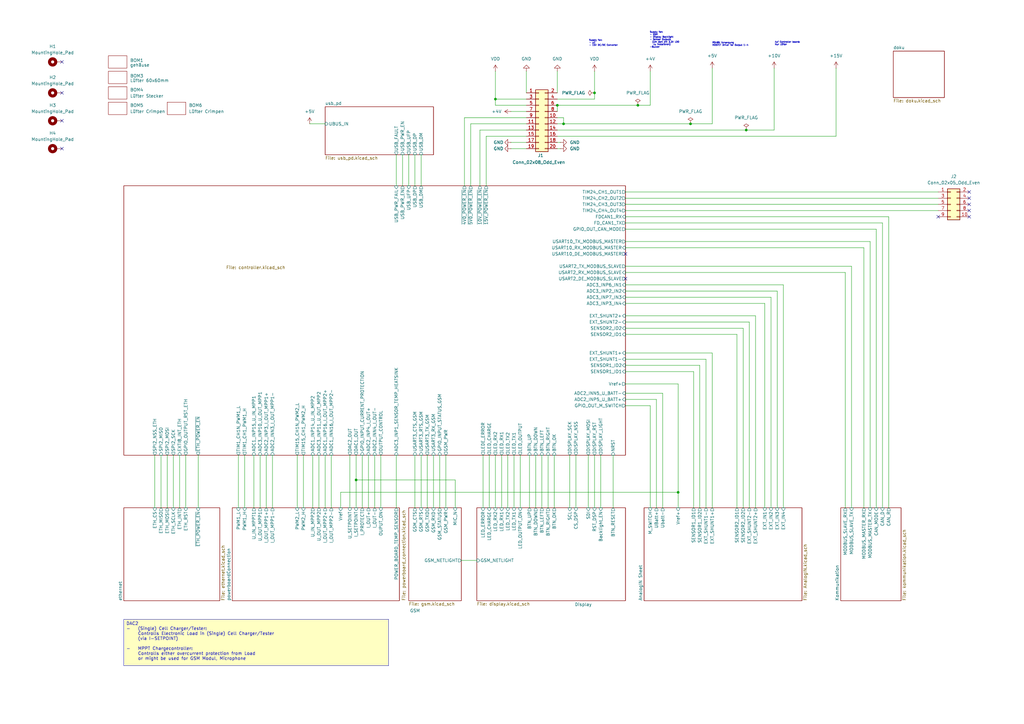
<source format=kicad_sch>
(kicad_sch
	(version 20231120)
	(generator "eeschema")
	(generator_version "8.0")
	(uuid "c727c9ac-c904-48c5-97eb-b572033b6df0")
	(paper "A3")
	(lib_symbols
		(symbol "Connector_Generic:Conn_02x05_Odd_Even"
			(pin_names
				(offset 1.016) hide)
			(exclude_from_sim no)
			(in_bom yes)
			(on_board yes)
			(property "Reference" "J"
				(at 1.27 7.62 0)
				(effects
					(font
						(size 1.27 1.27)
					)
				)
			)
			(property "Value" "Conn_02x05_Odd_Even"
				(at 1.27 -7.62 0)
				(effects
					(font
						(size 1.27 1.27)
					)
				)
			)
			(property "Footprint" ""
				(at 0 0 0)
				(effects
					(font
						(size 1.27 1.27)
					)
					(hide yes)
				)
			)
			(property "Datasheet" "~"
				(at 0 0 0)
				(effects
					(font
						(size 1.27 1.27)
					)
					(hide yes)
				)
			)
			(property "Description" "Generic connector, double row, 02x05, odd/even pin numbering scheme (row 1 odd numbers, row 2 even numbers), script generated (kicad-library-utils/schlib/autogen/connector/)"
				(at 0 0 0)
				(effects
					(font
						(size 1.27 1.27)
					)
					(hide yes)
				)
			)
			(property "ki_keywords" "connector"
				(at 0 0 0)
				(effects
					(font
						(size 1.27 1.27)
					)
					(hide yes)
				)
			)
			(property "ki_fp_filters" "Connector*:*_2x??_*"
				(at 0 0 0)
				(effects
					(font
						(size 1.27 1.27)
					)
					(hide yes)
				)
			)
			(symbol "Conn_02x05_Odd_Even_1_1"
				(rectangle
					(start -1.27 -4.953)
					(end 0 -5.207)
					(stroke
						(width 0.1524)
						(type default)
					)
					(fill
						(type none)
					)
				)
				(rectangle
					(start -1.27 -2.413)
					(end 0 -2.667)
					(stroke
						(width 0.1524)
						(type default)
					)
					(fill
						(type none)
					)
				)
				(rectangle
					(start -1.27 0.127)
					(end 0 -0.127)
					(stroke
						(width 0.1524)
						(type default)
					)
					(fill
						(type none)
					)
				)
				(rectangle
					(start -1.27 2.667)
					(end 0 2.413)
					(stroke
						(width 0.1524)
						(type default)
					)
					(fill
						(type none)
					)
				)
				(rectangle
					(start -1.27 5.207)
					(end 0 4.953)
					(stroke
						(width 0.1524)
						(type default)
					)
					(fill
						(type none)
					)
				)
				(rectangle
					(start -1.27 6.35)
					(end 3.81 -6.35)
					(stroke
						(width 0.254)
						(type default)
					)
					(fill
						(type background)
					)
				)
				(rectangle
					(start 3.81 -4.953)
					(end 2.54 -5.207)
					(stroke
						(width 0.1524)
						(type default)
					)
					(fill
						(type none)
					)
				)
				(rectangle
					(start 3.81 -2.413)
					(end 2.54 -2.667)
					(stroke
						(width 0.1524)
						(type default)
					)
					(fill
						(type none)
					)
				)
				(rectangle
					(start 3.81 0.127)
					(end 2.54 -0.127)
					(stroke
						(width 0.1524)
						(type default)
					)
					(fill
						(type none)
					)
				)
				(rectangle
					(start 3.81 2.667)
					(end 2.54 2.413)
					(stroke
						(width 0.1524)
						(type default)
					)
					(fill
						(type none)
					)
				)
				(rectangle
					(start 3.81 5.207)
					(end 2.54 4.953)
					(stroke
						(width 0.1524)
						(type default)
					)
					(fill
						(type none)
					)
				)
				(pin passive line
					(at -5.08 5.08 0)
					(length 3.81)
					(name "Pin_1"
						(effects
							(font
								(size 1.27 1.27)
							)
						)
					)
					(number "1"
						(effects
							(font
								(size 1.27 1.27)
							)
						)
					)
				)
				(pin passive line
					(at 7.62 -5.08 180)
					(length 3.81)
					(name "Pin_10"
						(effects
							(font
								(size 1.27 1.27)
							)
						)
					)
					(number "10"
						(effects
							(font
								(size 1.27 1.27)
							)
						)
					)
				)
				(pin passive line
					(at 7.62 5.08 180)
					(length 3.81)
					(name "Pin_2"
						(effects
							(font
								(size 1.27 1.27)
							)
						)
					)
					(number "2"
						(effects
							(font
								(size 1.27 1.27)
							)
						)
					)
				)
				(pin passive line
					(at -5.08 2.54 0)
					(length 3.81)
					(name "Pin_3"
						(effects
							(font
								(size 1.27 1.27)
							)
						)
					)
					(number "3"
						(effects
							(font
								(size 1.27 1.27)
							)
						)
					)
				)
				(pin passive line
					(at 7.62 2.54 180)
					(length 3.81)
					(name "Pin_4"
						(effects
							(font
								(size 1.27 1.27)
							)
						)
					)
					(number "4"
						(effects
							(font
								(size 1.27 1.27)
							)
						)
					)
				)
				(pin passive line
					(at -5.08 0 0)
					(length 3.81)
					(name "Pin_5"
						(effects
							(font
								(size 1.27 1.27)
							)
						)
					)
					(number "5"
						(effects
							(font
								(size 1.27 1.27)
							)
						)
					)
				)
				(pin passive line
					(at 7.62 0 180)
					(length 3.81)
					(name "Pin_6"
						(effects
							(font
								(size 1.27 1.27)
							)
						)
					)
					(number "6"
						(effects
							(font
								(size 1.27 1.27)
							)
						)
					)
				)
				(pin passive line
					(at -5.08 -2.54 0)
					(length 3.81)
					(name "Pin_7"
						(effects
							(font
								(size 1.27 1.27)
							)
						)
					)
					(number "7"
						(effects
							(font
								(size 1.27 1.27)
							)
						)
					)
				)
				(pin passive line
					(at 7.62 -2.54 180)
					(length 3.81)
					(name "Pin_8"
						(effects
							(font
								(size 1.27 1.27)
							)
						)
					)
					(number "8"
						(effects
							(font
								(size 1.27 1.27)
							)
						)
					)
				)
				(pin passive line
					(at -5.08 -5.08 0)
					(length 3.81)
					(name "Pin_9"
						(effects
							(font
								(size 1.27 1.27)
							)
						)
					)
					(number "9"
						(effects
							(font
								(size 1.27 1.27)
							)
						)
					)
				)
			)
		)
		(symbol "Connector_Generic:Conn_02x10_Odd_Even"
			(pin_names
				(offset 1.016) hide)
			(exclude_from_sim no)
			(in_bom yes)
			(on_board yes)
			(property "Reference" "J"
				(at 1.27 12.7 0)
				(effects
					(font
						(size 1.27 1.27)
					)
				)
			)
			(property "Value" "Conn_02x10_Odd_Even"
				(at 1.27 -15.24 0)
				(effects
					(font
						(size 1.27 1.27)
					)
				)
			)
			(property "Footprint" ""
				(at 0 0 0)
				(effects
					(font
						(size 1.27 1.27)
					)
					(hide yes)
				)
			)
			(property "Datasheet" "~"
				(at 0 0 0)
				(effects
					(font
						(size 1.27 1.27)
					)
					(hide yes)
				)
			)
			(property "Description" "Generic connector, double row, 02x10, odd/even pin numbering scheme (row 1 odd numbers, row 2 even numbers), script generated (kicad-library-utils/schlib/autogen/connector/)"
				(at 0 0 0)
				(effects
					(font
						(size 1.27 1.27)
					)
					(hide yes)
				)
			)
			(property "ki_keywords" "connector"
				(at 0 0 0)
				(effects
					(font
						(size 1.27 1.27)
					)
					(hide yes)
				)
			)
			(property "ki_fp_filters" "Connector*:*_2x??_*"
				(at 0 0 0)
				(effects
					(font
						(size 1.27 1.27)
					)
					(hide yes)
				)
			)
			(symbol "Conn_02x10_Odd_Even_1_1"
				(rectangle
					(start -1.27 -12.573)
					(end 0 -12.827)
					(stroke
						(width 0.1524)
						(type default)
					)
					(fill
						(type none)
					)
				)
				(rectangle
					(start -1.27 -10.033)
					(end 0 -10.287)
					(stroke
						(width 0.1524)
						(type default)
					)
					(fill
						(type none)
					)
				)
				(rectangle
					(start -1.27 -7.493)
					(end 0 -7.747)
					(stroke
						(width 0.1524)
						(type default)
					)
					(fill
						(type none)
					)
				)
				(rectangle
					(start -1.27 -4.953)
					(end 0 -5.207)
					(stroke
						(width 0.1524)
						(type default)
					)
					(fill
						(type none)
					)
				)
				(rectangle
					(start -1.27 -2.413)
					(end 0 -2.667)
					(stroke
						(width 0.1524)
						(type default)
					)
					(fill
						(type none)
					)
				)
				(rectangle
					(start -1.27 0.127)
					(end 0 -0.127)
					(stroke
						(width 0.1524)
						(type default)
					)
					(fill
						(type none)
					)
				)
				(rectangle
					(start -1.27 2.667)
					(end 0 2.413)
					(stroke
						(width 0.1524)
						(type default)
					)
					(fill
						(type none)
					)
				)
				(rectangle
					(start -1.27 5.207)
					(end 0 4.953)
					(stroke
						(width 0.1524)
						(type default)
					)
					(fill
						(type none)
					)
				)
				(rectangle
					(start -1.27 7.747)
					(end 0 7.493)
					(stroke
						(width 0.1524)
						(type default)
					)
					(fill
						(type none)
					)
				)
				(rectangle
					(start -1.27 10.287)
					(end 0 10.033)
					(stroke
						(width 0.1524)
						(type default)
					)
					(fill
						(type none)
					)
				)
				(rectangle
					(start -1.27 11.43)
					(end 3.81 -13.97)
					(stroke
						(width 0.254)
						(type default)
					)
					(fill
						(type background)
					)
				)
				(rectangle
					(start 3.81 -12.573)
					(end 2.54 -12.827)
					(stroke
						(width 0.1524)
						(type default)
					)
					(fill
						(type none)
					)
				)
				(rectangle
					(start 3.81 -10.033)
					(end 2.54 -10.287)
					(stroke
						(width 0.1524)
						(type default)
					)
					(fill
						(type none)
					)
				)
				(rectangle
					(start 3.81 -7.493)
					(end 2.54 -7.747)
					(stroke
						(width 0.1524)
						(type default)
					)
					(fill
						(type none)
					)
				)
				(rectangle
					(start 3.81 -4.953)
					(end 2.54 -5.207)
					(stroke
						(width 0.1524)
						(type default)
					)
					(fill
						(type none)
					)
				)
				(rectangle
					(start 3.81 -2.413)
					(end 2.54 -2.667)
					(stroke
						(width 0.1524)
						(type default)
					)
					(fill
						(type none)
					)
				)
				(rectangle
					(start 3.81 0.127)
					(end 2.54 -0.127)
					(stroke
						(width 0.1524)
						(type default)
					)
					(fill
						(type none)
					)
				)
				(rectangle
					(start 3.81 2.667)
					(end 2.54 2.413)
					(stroke
						(width 0.1524)
						(type default)
					)
					(fill
						(type none)
					)
				)
				(rectangle
					(start 3.81 5.207)
					(end 2.54 4.953)
					(stroke
						(width 0.1524)
						(type default)
					)
					(fill
						(type none)
					)
				)
				(rectangle
					(start 3.81 7.747)
					(end 2.54 7.493)
					(stroke
						(width 0.1524)
						(type default)
					)
					(fill
						(type none)
					)
				)
				(rectangle
					(start 3.81 10.287)
					(end 2.54 10.033)
					(stroke
						(width 0.1524)
						(type default)
					)
					(fill
						(type none)
					)
				)
				(pin passive line
					(at -5.08 10.16 0)
					(length 3.81)
					(name "Pin_1"
						(effects
							(font
								(size 1.27 1.27)
							)
						)
					)
					(number "1"
						(effects
							(font
								(size 1.27 1.27)
							)
						)
					)
				)
				(pin passive line
					(at 7.62 0 180)
					(length 3.81)
					(name "Pin_10"
						(effects
							(font
								(size 1.27 1.27)
							)
						)
					)
					(number "10"
						(effects
							(font
								(size 1.27 1.27)
							)
						)
					)
				)
				(pin passive line
					(at -5.08 -2.54 0)
					(length 3.81)
					(name "Pin_11"
						(effects
							(font
								(size 1.27 1.27)
							)
						)
					)
					(number "11"
						(effects
							(font
								(size 1.27 1.27)
							)
						)
					)
				)
				(pin passive line
					(at 7.62 -2.54 180)
					(length 3.81)
					(name "Pin_12"
						(effects
							(font
								(size 1.27 1.27)
							)
						)
					)
					(number "12"
						(effects
							(font
								(size 1.27 1.27)
							)
						)
					)
				)
				(pin passive line
					(at -5.08 -5.08 0)
					(length 3.81)
					(name "Pin_13"
						(effects
							(font
								(size 1.27 1.27)
							)
						)
					)
					(number "13"
						(effects
							(font
								(size 1.27 1.27)
							)
						)
					)
				)
				(pin passive line
					(at 7.62 -5.08 180)
					(length 3.81)
					(name "Pin_14"
						(effects
							(font
								(size 1.27 1.27)
							)
						)
					)
					(number "14"
						(effects
							(font
								(size 1.27 1.27)
							)
						)
					)
				)
				(pin passive line
					(at -5.08 -7.62 0)
					(length 3.81)
					(name "Pin_15"
						(effects
							(font
								(size 1.27 1.27)
							)
						)
					)
					(number "15"
						(effects
							(font
								(size 1.27 1.27)
							)
						)
					)
				)
				(pin passive line
					(at 7.62 -7.62 180)
					(length 3.81)
					(name "Pin_16"
						(effects
							(font
								(size 1.27 1.27)
							)
						)
					)
					(number "16"
						(effects
							(font
								(size 1.27 1.27)
							)
						)
					)
				)
				(pin passive line
					(at -5.08 -10.16 0)
					(length 3.81)
					(name "Pin_17"
						(effects
							(font
								(size 1.27 1.27)
							)
						)
					)
					(number "17"
						(effects
							(font
								(size 1.27 1.27)
							)
						)
					)
				)
				(pin passive line
					(at 7.62 -10.16 180)
					(length 3.81)
					(name "Pin_18"
						(effects
							(font
								(size 1.27 1.27)
							)
						)
					)
					(number "18"
						(effects
							(font
								(size 1.27 1.27)
							)
						)
					)
				)
				(pin passive line
					(at -5.08 -12.7 0)
					(length 3.81)
					(name "Pin_19"
						(effects
							(font
								(size 1.27 1.27)
							)
						)
					)
					(number "19"
						(effects
							(font
								(size 1.27 1.27)
							)
						)
					)
				)
				(pin passive line
					(at 7.62 10.16 180)
					(length 3.81)
					(name "Pin_2"
						(effects
							(font
								(size 1.27 1.27)
							)
						)
					)
					(number "2"
						(effects
							(font
								(size 1.27 1.27)
							)
						)
					)
				)
				(pin passive line
					(at 7.62 -12.7 180)
					(length 3.81)
					(name "Pin_20"
						(effects
							(font
								(size 1.27 1.27)
							)
						)
					)
					(number "20"
						(effects
							(font
								(size 1.27 1.27)
							)
						)
					)
				)
				(pin passive line
					(at -5.08 7.62 0)
					(length 3.81)
					(name "Pin_3"
						(effects
							(font
								(size 1.27 1.27)
							)
						)
					)
					(number "3"
						(effects
							(font
								(size 1.27 1.27)
							)
						)
					)
				)
				(pin passive line
					(at 7.62 7.62 180)
					(length 3.81)
					(name "Pin_4"
						(effects
							(font
								(size 1.27 1.27)
							)
						)
					)
					(number "4"
						(effects
							(font
								(size 1.27 1.27)
							)
						)
					)
				)
				(pin passive line
					(at -5.08 5.08 0)
					(length 3.81)
					(name "Pin_5"
						(effects
							(font
								(size 1.27 1.27)
							)
						)
					)
					(number "5"
						(effects
							(font
								(size 1.27 1.27)
							)
						)
					)
				)
				(pin passive line
					(at 7.62 5.08 180)
					(length 3.81)
					(name "Pin_6"
						(effects
							(font
								(size 1.27 1.27)
							)
						)
					)
					(number "6"
						(effects
							(font
								(size 1.27 1.27)
							)
						)
					)
				)
				(pin passive line
					(at -5.08 2.54 0)
					(length 3.81)
					(name "Pin_7"
						(effects
							(font
								(size 1.27 1.27)
							)
						)
					)
					(number "7"
						(effects
							(font
								(size 1.27 1.27)
							)
						)
					)
				)
				(pin passive line
					(at 7.62 2.54 180)
					(length 3.81)
					(name "Pin_8"
						(effects
							(font
								(size 1.27 1.27)
							)
						)
					)
					(number "8"
						(effects
							(font
								(size 1.27 1.27)
							)
						)
					)
				)
				(pin passive line
					(at -5.08 0 0)
					(length 3.81)
					(name "Pin_9"
						(effects
							(font
								(size 1.27 1.27)
							)
						)
					)
					(number "9"
						(effects
							(font
								(size 1.27 1.27)
							)
						)
					)
				)
			)
		)
		(symbol "Mechanical:MountingHole_Pad"
			(pin_numbers hide)
			(pin_names
				(offset 1.016) hide)
			(exclude_from_sim yes)
			(in_bom no)
			(on_board yes)
			(property "Reference" "H"
				(at 0 6.35 0)
				(effects
					(font
						(size 1.27 1.27)
					)
				)
			)
			(property "Value" "MountingHole_Pad"
				(at 0 4.445 0)
				(effects
					(font
						(size 1.27 1.27)
					)
				)
			)
			(property "Footprint" ""
				(at 0 0 0)
				(effects
					(font
						(size 1.27 1.27)
					)
					(hide yes)
				)
			)
			(property "Datasheet" "~"
				(at 0 0 0)
				(effects
					(font
						(size 1.27 1.27)
					)
					(hide yes)
				)
			)
			(property "Description" "Mounting Hole with connection"
				(at 0 0 0)
				(effects
					(font
						(size 1.27 1.27)
					)
					(hide yes)
				)
			)
			(property "ki_keywords" "mounting hole"
				(at 0 0 0)
				(effects
					(font
						(size 1.27 1.27)
					)
					(hide yes)
				)
			)
			(property "ki_fp_filters" "MountingHole*Pad*"
				(at 0 0 0)
				(effects
					(font
						(size 1.27 1.27)
					)
					(hide yes)
				)
			)
			(symbol "MountingHole_Pad_0_1"
				(circle
					(center 0 1.27)
					(radius 1.27)
					(stroke
						(width 1.27)
						(type default)
					)
					(fill
						(type none)
					)
				)
			)
			(symbol "MountingHole_Pad_1_1"
				(pin input line
					(at 0 -2.54 90)
					(length 2.54)
					(name "1"
						(effects
							(font
								(size 1.27 1.27)
							)
						)
					)
					(number "1"
						(effects
							(font
								(size 1.27 1.27)
							)
						)
					)
				)
			)
		)
		(symbol "myBOM_Part:BOM-Part"
			(pin_numbers hide)
			(pin_names
				(offset 0) hide)
			(exclude_from_sim no)
			(in_bom yes)
			(on_board no)
			(property "Reference" "BOM"
				(at 0 0 0)
				(effects
					(font
						(size 1.27 1.27)
					)
				)
			)
			(property "Value" ""
				(at 0 0 0)
				(effects
					(font
						(size 1.27 1.27)
					)
				)
			)
			(property "Footprint" "myDummy:BOM-Dummy"
				(at 0 0 0)
				(effects
					(font
						(size 1.27 1.27)
					)
					(hide yes)
				)
			)
			(property "Datasheet" ""
				(at 0 0 0)
				(effects
					(font
						(size 1.27 1.27)
					)
					(hide yes)
				)
			)
			(property "Description" ""
				(at 0 0 0)
				(effects
					(font
						(size 1.27 1.27)
					)
					(hide yes)
				)
			)
			(symbol "BOM-Part_0_1"
				(rectangle
					(start -3.81 2.54)
					(end 3.81 -2.54)
					(stroke
						(width 0)
						(type default)
					)
					(fill
						(type none)
					)
				)
			)
		)
		(symbol "power:+10V"
			(power)
			(pin_numbers hide)
			(pin_names
				(offset 0) hide)
			(exclude_from_sim no)
			(in_bom yes)
			(on_board yes)
			(property "Reference" "#PWR"
				(at 0 -3.81 0)
				(effects
					(font
						(size 1.27 1.27)
					)
					(hide yes)
				)
			)
			(property "Value" "+10V"
				(at 0 3.556 0)
				(effects
					(font
						(size 1.27 1.27)
					)
				)
			)
			(property "Footprint" ""
				(at 0 0 0)
				(effects
					(font
						(size 1.27 1.27)
					)
					(hide yes)
				)
			)
			(property "Datasheet" ""
				(at 0 0 0)
				(effects
					(font
						(size 1.27 1.27)
					)
					(hide yes)
				)
			)
			(property "Description" "Power symbol creates a global label with name \"+10V\""
				(at 0 0 0)
				(effects
					(font
						(size 1.27 1.27)
					)
					(hide yes)
				)
			)
			(property "ki_keywords" "global power"
				(at 0 0 0)
				(effects
					(font
						(size 1.27 1.27)
					)
					(hide yes)
				)
			)
			(symbol "+10V_0_1"
				(polyline
					(pts
						(xy -0.762 1.27) (xy 0 2.54)
					)
					(stroke
						(width 0)
						(type default)
					)
					(fill
						(type none)
					)
				)
				(polyline
					(pts
						(xy 0 0) (xy 0 2.54)
					)
					(stroke
						(width 0)
						(type default)
					)
					(fill
						(type none)
					)
				)
				(polyline
					(pts
						(xy 0 2.54) (xy 0.762 1.27)
					)
					(stroke
						(width 0)
						(type default)
					)
					(fill
						(type none)
					)
				)
			)
			(symbol "+10V_1_1"
				(pin power_in line
					(at 0 0 90)
					(length 0)
					(name "~"
						(effects
							(font
								(size 1.27 1.27)
							)
						)
					)
					(number "1"
						(effects
							(font
								(size 1.27 1.27)
							)
						)
					)
				)
			)
		)
		(symbol "power:+15V"
			(power)
			(pin_numbers hide)
			(pin_names
				(offset 0) hide)
			(exclude_from_sim no)
			(in_bom yes)
			(on_board yes)
			(property "Reference" "#PWR"
				(at 0 -3.81 0)
				(effects
					(font
						(size 1.27 1.27)
					)
					(hide yes)
				)
			)
			(property "Value" "+15V"
				(at 0 3.556 0)
				(effects
					(font
						(size 1.27 1.27)
					)
				)
			)
			(property "Footprint" ""
				(at 0 0 0)
				(effects
					(font
						(size 1.27 1.27)
					)
					(hide yes)
				)
			)
			(property "Datasheet" ""
				(at 0 0 0)
				(effects
					(font
						(size 1.27 1.27)
					)
					(hide yes)
				)
			)
			(property "Description" "Power symbol creates a global label with name \"+15V\""
				(at 0 0 0)
				(effects
					(font
						(size 1.27 1.27)
					)
					(hide yes)
				)
			)
			(property "ki_keywords" "global power"
				(at 0 0 0)
				(effects
					(font
						(size 1.27 1.27)
					)
					(hide yes)
				)
			)
			(symbol "+15V_0_1"
				(polyline
					(pts
						(xy -0.762 1.27) (xy 0 2.54)
					)
					(stroke
						(width 0)
						(type default)
					)
					(fill
						(type none)
					)
				)
				(polyline
					(pts
						(xy 0 0) (xy 0 2.54)
					)
					(stroke
						(width 0)
						(type default)
					)
					(fill
						(type none)
					)
				)
				(polyline
					(pts
						(xy 0 2.54) (xy 0.762 1.27)
					)
					(stroke
						(width 0)
						(type default)
					)
					(fill
						(type none)
					)
				)
			)
			(symbol "+15V_1_1"
				(pin power_in line
					(at 0 0 90)
					(length 0)
					(name "~"
						(effects
							(font
								(size 1.27 1.27)
							)
						)
					)
					(number "1"
						(effects
							(font
								(size 1.27 1.27)
							)
						)
					)
				)
			)
		)
		(symbol "power:+4V"
			(power)
			(pin_numbers hide)
			(pin_names
				(offset 0) hide)
			(exclude_from_sim no)
			(in_bom yes)
			(on_board yes)
			(property "Reference" "#PWR"
				(at 0 -3.81 0)
				(effects
					(font
						(size 1.27 1.27)
					)
					(hide yes)
				)
			)
			(property "Value" "+4V"
				(at 0 3.556 0)
				(effects
					(font
						(size 1.27 1.27)
					)
				)
			)
			(property "Footprint" ""
				(at 0 0 0)
				(effects
					(font
						(size 1.27 1.27)
					)
					(hide yes)
				)
			)
			(property "Datasheet" ""
				(at 0 0 0)
				(effects
					(font
						(size 1.27 1.27)
					)
					(hide yes)
				)
			)
			(property "Description" "Power symbol creates a global label with name \"+4V\""
				(at 0 0 0)
				(effects
					(font
						(size 1.27 1.27)
					)
					(hide yes)
				)
			)
			(property "ki_keywords" "global power"
				(at 0 0 0)
				(effects
					(font
						(size 1.27 1.27)
					)
					(hide yes)
				)
			)
			(symbol "+4V_0_1"
				(polyline
					(pts
						(xy -0.762 1.27) (xy 0 2.54)
					)
					(stroke
						(width 0)
						(type default)
					)
					(fill
						(type none)
					)
				)
				(polyline
					(pts
						(xy 0 0) (xy 0 2.54)
					)
					(stroke
						(width 0)
						(type default)
					)
					(fill
						(type none)
					)
				)
				(polyline
					(pts
						(xy 0 2.54) (xy 0.762 1.27)
					)
					(stroke
						(width 0)
						(type default)
					)
					(fill
						(type none)
					)
				)
			)
			(symbol "+4V_1_1"
				(pin power_in line
					(at 0 0 90)
					(length 0)
					(name "~"
						(effects
							(font
								(size 1.27 1.27)
							)
						)
					)
					(number "1"
						(effects
							(font
								(size 1.27 1.27)
							)
						)
					)
				)
			)
		)
		(symbol "power:+5V"
			(power)
			(pin_numbers hide)
			(pin_names
				(offset 0) hide)
			(exclude_from_sim no)
			(in_bom yes)
			(on_board yes)
			(property "Reference" "#PWR"
				(at 0 -3.81 0)
				(effects
					(font
						(size 1.27 1.27)
					)
					(hide yes)
				)
			)
			(property "Value" "+5V"
				(at 0 3.556 0)
				(effects
					(font
						(size 1.27 1.27)
					)
				)
			)
			(property "Footprint" ""
				(at 0 0 0)
				(effects
					(font
						(size 1.27 1.27)
					)
					(hide yes)
				)
			)
			(property "Datasheet" ""
				(at 0 0 0)
				(effects
					(font
						(size 1.27 1.27)
					)
					(hide yes)
				)
			)
			(property "Description" "Power symbol creates a global label with name \"+5V\""
				(at 0 0 0)
				(effects
					(font
						(size 1.27 1.27)
					)
					(hide yes)
				)
			)
			(property "ki_keywords" "global power"
				(at 0 0 0)
				(effects
					(font
						(size 1.27 1.27)
					)
					(hide yes)
				)
			)
			(symbol "+5V_0_1"
				(polyline
					(pts
						(xy -0.762 1.27) (xy 0 2.54)
					)
					(stroke
						(width 0)
						(type default)
					)
					(fill
						(type none)
					)
				)
				(polyline
					(pts
						(xy 0 0) (xy 0 2.54)
					)
					(stroke
						(width 0)
						(type default)
					)
					(fill
						(type none)
					)
				)
				(polyline
					(pts
						(xy 0 2.54) (xy 0.762 1.27)
					)
					(stroke
						(width 0)
						(type default)
					)
					(fill
						(type none)
					)
				)
			)
			(symbol "+5V_1_1"
				(pin power_in line
					(at 0 0 90)
					(length 0)
					(name "~"
						(effects
							(font
								(size 1.27 1.27)
							)
						)
					)
					(number "1"
						(effects
							(font
								(size 1.27 1.27)
							)
						)
					)
				)
			)
		)
		(symbol "power:GND"
			(power)
			(pin_numbers hide)
			(pin_names
				(offset 0) hide)
			(exclude_from_sim no)
			(in_bom yes)
			(on_board yes)
			(property "Reference" "#PWR"
				(at 0 -6.35 0)
				(effects
					(font
						(size 1.27 1.27)
					)
					(hide yes)
				)
			)
			(property "Value" "GND"
				(at 0 -3.81 0)
				(effects
					(font
						(size 1.27 1.27)
					)
				)
			)
			(property "Footprint" ""
				(at 0 0 0)
				(effects
					(font
						(size 1.27 1.27)
					)
					(hide yes)
				)
			)
			(property "Datasheet" ""
				(at 0 0 0)
				(effects
					(font
						(size 1.27 1.27)
					)
					(hide yes)
				)
			)
			(property "Description" "Power symbol creates a global label with name \"GND\" , ground"
				(at 0 0 0)
				(effects
					(font
						(size 1.27 1.27)
					)
					(hide yes)
				)
			)
			(property "ki_keywords" "global power"
				(at 0 0 0)
				(effects
					(font
						(size 1.27 1.27)
					)
					(hide yes)
				)
			)
			(symbol "GND_0_1"
				(polyline
					(pts
						(xy 0 0) (xy 0 -1.27) (xy 1.27 -1.27) (xy 0 -2.54) (xy -1.27 -1.27) (xy 0 -1.27)
					)
					(stroke
						(width 0)
						(type default)
					)
					(fill
						(type none)
					)
				)
			)
			(symbol "GND_1_1"
				(pin power_in line
					(at 0 0 270)
					(length 0)
					(name "~"
						(effects
							(font
								(size 1.27 1.27)
							)
						)
					)
					(number "1"
						(effects
							(font
								(size 1.27 1.27)
							)
						)
					)
				)
			)
		)
		(symbol "power:PWR_FLAG"
			(power)
			(pin_numbers hide)
			(pin_names
				(offset 0) hide)
			(exclude_from_sim no)
			(in_bom yes)
			(on_board yes)
			(property "Reference" "#FLG"
				(at 0 1.905 0)
				(effects
					(font
						(size 1.27 1.27)
					)
					(hide yes)
				)
			)
			(property "Value" "PWR_FLAG"
				(at 0 3.81 0)
				(effects
					(font
						(size 1.27 1.27)
					)
				)
			)
			(property "Footprint" ""
				(at 0 0 0)
				(effects
					(font
						(size 1.27 1.27)
					)
					(hide yes)
				)
			)
			(property "Datasheet" "~"
				(at 0 0 0)
				(effects
					(font
						(size 1.27 1.27)
					)
					(hide yes)
				)
			)
			(property "Description" "Special symbol for telling ERC where power comes from"
				(at 0 0 0)
				(effects
					(font
						(size 1.27 1.27)
					)
					(hide yes)
				)
			)
			(property "ki_keywords" "flag power"
				(at 0 0 0)
				(effects
					(font
						(size 1.27 1.27)
					)
					(hide yes)
				)
			)
			(symbol "PWR_FLAG_0_0"
				(pin power_out line
					(at 0 0 90)
					(length 0)
					(name "~"
						(effects
							(font
								(size 1.27 1.27)
							)
						)
					)
					(number "1"
						(effects
							(font
								(size 1.27 1.27)
							)
						)
					)
				)
			)
			(symbol "PWR_FLAG_0_1"
				(polyline
					(pts
						(xy 0 0) (xy 0 1.27) (xy -1.016 1.905) (xy 0 2.54) (xy 1.016 1.905) (xy 0 1.27)
					)
					(stroke
						(width 0)
						(type default)
					)
					(fill
						(type none)
					)
				)
			)
		)
		(symbol "power:VDD"
			(power)
			(pin_numbers hide)
			(pin_names
				(offset 0) hide)
			(exclude_from_sim no)
			(in_bom yes)
			(on_board yes)
			(property "Reference" "#PWR"
				(at 0 -3.81 0)
				(effects
					(font
						(size 1.27 1.27)
					)
					(hide yes)
				)
			)
			(property "Value" "VDD"
				(at 0 3.556 0)
				(effects
					(font
						(size 1.27 1.27)
					)
				)
			)
			(property "Footprint" ""
				(at 0 0 0)
				(effects
					(font
						(size 1.27 1.27)
					)
					(hide yes)
				)
			)
			(property "Datasheet" ""
				(at 0 0 0)
				(effects
					(font
						(size 1.27 1.27)
					)
					(hide yes)
				)
			)
			(property "Description" "Power symbol creates a global label with name \"VDD\""
				(at 0 0 0)
				(effects
					(font
						(size 1.27 1.27)
					)
					(hide yes)
				)
			)
			(property "ki_keywords" "global power"
				(at 0 0 0)
				(effects
					(font
						(size 1.27 1.27)
					)
					(hide yes)
				)
			)
			(symbol "VDD_0_1"
				(polyline
					(pts
						(xy -0.762 1.27) (xy 0 2.54)
					)
					(stroke
						(width 0)
						(type default)
					)
					(fill
						(type none)
					)
				)
				(polyline
					(pts
						(xy 0 0) (xy 0 2.54)
					)
					(stroke
						(width 0)
						(type default)
					)
					(fill
						(type none)
					)
				)
				(polyline
					(pts
						(xy 0 2.54) (xy 0.762 1.27)
					)
					(stroke
						(width 0)
						(type default)
					)
					(fill
						(type none)
					)
				)
			)
			(symbol "VDD_1_1"
				(pin power_in line
					(at 0 0 90)
					(length 0)
					(name "~"
						(effects
							(font
								(size 1.27 1.27)
							)
						)
					)
					(number "1"
						(effects
							(font
								(size 1.27 1.27)
							)
						)
					)
				)
			)
		)
	)
	(junction
		(at 243.84 38.1)
		(diameter 0)
		(color 0 0 0 0)
		(uuid "1440d501-d7e3-49ba-8a34-5c571e1c3938")
	)
	(junction
		(at 146.05 196.85)
		(diameter 0)
		(color 0 0 0 0)
		(uuid "29b29d33-80dc-4991-959f-002592d20656")
	)
	(junction
		(at 228.6 43.18)
		(diameter 0)
		(color 0 0 0 0)
		(uuid "8744acc0-27cc-4b96-bb3c-be3af606fbec")
	)
	(junction
		(at 231.14 50.8)
		(diameter 0)
		(color 0 0 0 0)
		(uuid "8fcaee3d-6aef-45ef-989e-95a1d41465ca")
	)
	(junction
		(at 261.62 43.18)
		(diameter 0)
		(color 0 0 0 0)
		(uuid "a1facf37-8115-42dc-a12b-52df6711f426")
	)
	(junction
		(at 283.21 50.8)
		(diameter 0)
		(color 0 0 0 0)
		(uuid "a69970da-362e-40bd-8881-145b5c9bcd7a")
	)
	(junction
		(at 203.2 40.64)
		(diameter 0)
		(color 0 0 0 0)
		(uuid "b362d1a4-3515-4224-ab30-a7a7703e6666")
	)
	(junction
		(at 278.13 201.93)
		(diameter 0)
		(color 0 0 0 0)
		(uuid "bb697d00-3467-4d03-a18b-63d51009b359")
	)
	(junction
		(at 306.07 53.34)
		(diameter 0)
		(color 0 0 0 0)
		(uuid "cf62749c-e872-4852-bf98-1e4069829a35")
	)
	(no_connect
		(at 25.4 25.4)
		(uuid "094ef8a9-43c7-428b-ae9e-45004daf2725")
	)
	(no_connect
		(at 256.54 114.3)
		(uuid "34263a0d-9f47-4852-aac0-3eabe263f403")
	)
	(no_connect
		(at 397.51 81.28)
		(uuid "47cd6d2f-f63e-4122-bcd8-6516684ca900")
	)
	(no_connect
		(at 384.81 88.9)
		(uuid "5943b70c-97e9-46e8-8e67-aae20112e79f")
	)
	(no_connect
		(at 25.4 38.1)
		(uuid "8aae118f-1cff-4835-94bc-fa4412d6282b")
	)
	(no_connect
		(at 25.4 49.53)
		(uuid "96900b9c-7fea-410a-80e7-76cfecd90a3f")
	)
	(no_connect
		(at 25.4 60.96)
		(uuid "ad3bfbe6-2454-452b-9d72-de30647ce84c")
	)
	(no_connect
		(at 397.51 83.82)
		(uuid "d0b13049-6d72-4970-8f44-6f854a55a082")
	)
	(no_connect
		(at 397.51 78.74)
		(uuid "d96e61f6-528e-4560-ba60-0f1d631453a4")
	)
	(no_connect
		(at 256.54 104.14)
		(uuid "e92c5b21-618b-4bfe-bec4-c5d95b58386c")
	)
	(no_connect
		(at 397.51 88.9)
		(uuid "eea5b011-baec-4c62-ad2e-42a9cfc6e458")
	)
	(no_connect
		(at 397.51 86.36)
		(uuid "f2e75017-fc4d-4588-9c44-65af9dff2a24")
	)
	(wire
		(pts
			(xy 243.84 186.69) (xy 243.84 208.28)
		)
		(stroke
			(width 0)
			(type default)
		)
		(uuid "0173e106-5806-4aa4-9a86-0c2da6936cb7")
	)
	(wire
		(pts
			(xy 203.2 186.69) (xy 203.2 208.28)
		)
		(stroke
			(width 0)
			(type default)
		)
		(uuid "01f49e38-d1a7-4adc-b980-9e84f9ea55fa")
	)
	(wire
		(pts
			(xy 156.21 186.69) (xy 156.21 208.28)
		)
		(stroke
			(width 0)
			(type default)
		)
		(uuid "07396d27-c869-46fc-b97e-481d47878f09")
	)
	(wire
		(pts
			(xy 68.58 186.69) (xy 68.58 208.28)
		)
		(stroke
			(width 0)
			(type default)
		)
		(uuid "07b03f5f-133b-4c14-8624-4cb3951e4d50")
	)
	(wire
		(pts
			(xy 306.07 53.34) (xy 317.5 53.34)
		)
		(stroke
			(width 0)
			(type default)
		)
		(uuid "0ad463db-7d22-4e65-a7ab-15c241364bbc")
	)
	(wire
		(pts
			(xy 100.33 186.69) (xy 100.33 208.28)
		)
		(stroke
			(width 0)
			(type default)
		)
		(uuid "0ad8c2ea-0cd5-40ca-bf93-a6fbf97d89fb")
	)
	(wire
		(pts
			(xy 217.17 186.69) (xy 217.17 208.28)
		)
		(stroke
			(width 0)
			(type default)
		)
		(uuid "0d18af18-b1a5-479c-82ca-2b02268ae616")
	)
	(wire
		(pts
			(xy 124.46 186.69) (xy 124.46 208.28)
		)
		(stroke
			(width 0)
			(type default)
		)
		(uuid "0d8bd4b1-38be-4141-8b81-f22eed101491")
	)
	(wire
		(pts
			(xy 269.24 163.83) (xy 269.24 208.28)
		)
		(stroke
			(width 0)
			(type default)
		)
		(uuid "0e81050a-7a2a-4350-89c1-a1697dda4bbe")
	)
	(wire
		(pts
			(xy 246.38 186.69) (xy 246.38 208.28)
		)
		(stroke
			(width 0)
			(type default)
		)
		(uuid "112d6ab4-0106-4b01-a0bc-12facf0b4c1e")
	)
	(wire
		(pts
			(xy 349.25 109.22) (xy 349.25 208.28)
		)
		(stroke
			(width 0)
			(type default)
		)
		(uuid "12577953-8417-4299-8f0c-c7bacb8ccecd")
	)
	(wire
		(pts
			(xy 228.6 53.34) (xy 306.07 53.34)
		)
		(stroke
			(width 0)
			(type default)
		)
		(uuid "1278f696-19c3-424e-8edf-0c91228c0090")
	)
	(wire
		(pts
			(xy 228.6 48.26) (xy 231.14 48.26)
		)
		(stroke
			(width 0)
			(type default)
		)
		(uuid "17076b0f-e70d-4e55-b57f-77b14faea807")
	)
	(wire
		(pts
			(xy 193.04 50.8) (xy 193.04 76.2)
		)
		(stroke
			(width 0)
			(type default)
		)
		(uuid "20660020-83d9-41e6-931f-1aaa1d5de4ff")
	)
	(wire
		(pts
			(xy 196.85 53.34) (xy 196.85 76.2)
		)
		(stroke
			(width 0)
			(type default)
		)
		(uuid "228eb651-6b97-407b-9785-bf86cb28720f")
	)
	(wire
		(pts
			(xy 111.76 186.69) (xy 111.76 208.28)
		)
		(stroke
			(width 0)
			(type default)
		)
		(uuid "22e91a8f-c474-45d3-b7d4-341632927e44")
	)
	(wire
		(pts
			(xy 228.6 60.96) (xy 229.87 60.96)
		)
		(stroke
			(width 0)
			(type default)
		)
		(uuid "2310585b-a35f-4065-ae53-64100719a5cf")
	)
	(wire
		(pts
			(xy 364.49 88.9) (xy 256.54 88.9)
		)
		(stroke
			(width 0)
			(type default)
		)
		(uuid "241c74af-2066-4c49-8d1e-e175f56fe66f")
	)
	(wire
		(pts
			(xy 219.71 186.69) (xy 219.71 208.28)
		)
		(stroke
			(width 0)
			(type default)
		)
		(uuid "24a3f5ab-3f23-4fce-91e8-44f99f85fbba")
	)
	(wire
		(pts
			(xy 356.87 99.06) (xy 256.54 99.06)
		)
		(stroke
			(width 0)
			(type default)
		)
		(uuid "261ae10a-5851-4ccd-8810-6c8813cd227d")
	)
	(wire
		(pts
			(xy 278.13 157.48) (xy 256.54 157.48)
		)
		(stroke
			(width 0)
			(type default)
		)
		(uuid "27f9b2a2-aa7e-4882-97db-55a844e059bc")
	)
	(wire
		(pts
			(xy 109.22 186.69) (xy 109.22 208.28)
		)
		(stroke
			(width 0)
			(type default)
		)
		(uuid "28b3030f-5c26-4c4f-9558-b64bfdc08e60")
	)
	(wire
		(pts
			(xy 121.92 186.69) (xy 121.92 208.28)
		)
		(stroke
			(width 0)
			(type default)
		)
		(uuid "2aeca4a3-9f3b-42e9-a573-e80b6868a0e2")
	)
	(wire
		(pts
			(xy 175.26 186.69) (xy 175.26 208.28)
		)
		(stroke
			(width 0)
			(type default)
		)
		(uuid "2c7d9eff-976c-4d6c-ac08-3d6afc4f0c02")
	)
	(wire
		(pts
			(xy 228.6 55.88) (xy 342.9 55.88)
		)
		(stroke
			(width 0)
			(type default)
		)
		(uuid "2d325263-f947-4467-a01d-9160a4fc896f")
	)
	(wire
		(pts
			(xy 256.54 144.78) (xy 292.1 144.78)
		)
		(stroke
			(width 0)
			(type default)
		)
		(uuid "2fb8a619-8caf-46ab-97a8-7f828661af3f")
	)
	(wire
		(pts
			(xy 256.54 119.38) (xy 318.77 119.38)
		)
		(stroke
			(width 0)
			(type default)
		)
		(uuid "2fd2a103-0b85-4003-9384-4480d5fbbe8a")
	)
	(wire
		(pts
			(xy 354.33 101.6) (xy 256.54 101.6)
		)
		(stroke
			(width 0)
			(type default)
		)
		(uuid "3127bdc3-e605-4c9d-a157-ef39ea93f87a")
	)
	(wire
		(pts
			(xy 256.54 149.86) (xy 287.02 149.86)
		)
		(stroke
			(width 0)
			(type default)
		)
		(uuid "327f983b-2cb6-4229-a6ce-68a8ef2ae737")
	)
	(wire
		(pts
			(xy 256.54 111.76) (xy 346.71 111.76)
		)
		(stroke
			(width 0)
			(type default)
		)
		(uuid "337168a8-6b1a-4334-9df8-a0a1d1ed54b9")
	)
	(wire
		(pts
			(xy 148.59 186.69) (xy 148.59 208.28)
		)
		(stroke
			(width 0)
			(type default)
		)
		(uuid "35d706a9-f744-4178-98d8-75ed9b1686b2")
	)
	(wire
		(pts
			(xy 228.6 43.18) (xy 228.6 45.72)
		)
		(stroke
			(width 0)
			(type default)
		)
		(uuid "35ef0bd6-da77-441b-9964-6722b02680d2")
	)
	(wire
		(pts
			(xy 170.18 186.69) (xy 170.18 208.28)
		)
		(stroke
			(width 0)
			(type default)
		)
		(uuid "36cd6de3-e4c5-4015-bcb7-1c259b057500")
	)
	(wire
		(pts
			(xy 200.66 186.69) (xy 200.66 208.28)
		)
		(stroke
			(width 0)
			(type default)
		)
		(uuid "37d4b0ec-7910-42c3-852b-2babb83c1e15")
	)
	(wire
		(pts
			(xy 128.27 186.69) (xy 128.27 208.28)
		)
		(stroke
			(width 0)
			(type default)
		)
		(uuid "3a02e49e-3c89-4cde-886c-1af7a3c2cbe9")
	)
	(wire
		(pts
			(xy 182.88 186.69) (xy 182.88 208.28)
		)
		(stroke
			(width 0)
			(type default)
		)
		(uuid "3d0484db-2ff4-49e6-9465-d773579b4ef0")
	)
	(wire
		(pts
			(xy 146.05 186.69) (xy 146.05 196.85)
		)
		(stroke
			(width 0)
			(type default)
		)
		(uuid "3d5bd7d5-0def-4578-9e53-c5e840e6fa0c")
	)
	(wire
		(pts
			(xy 256.54 121.92) (xy 316.23 121.92)
		)
		(stroke
			(width 0)
			(type default)
		)
		(uuid "3f03f2cf-5518-42bc-8826-61e7d159c5d3")
	)
	(wire
		(pts
			(xy 172.72 63.5) (xy 172.72 76.2)
		)
		(stroke
			(width 0)
			(type default)
		)
		(uuid "4022d973-20e3-4de9-9155-b3e5136abfa6")
	)
	(wire
		(pts
			(xy 359.41 93.98) (xy 359.41 208.28)
		)
		(stroke
			(width 0)
			(type default)
		)
		(uuid "40887a61-3879-42f6-96e3-63cdc723d80a")
	)
	(wire
		(pts
			(xy 228.6 50.8) (xy 231.14 50.8)
		)
		(stroke
			(width 0)
			(type default)
		)
		(uuid "41f8f125-fb5d-402c-bbfd-779722abdc07")
	)
	(wire
		(pts
			(xy 162.56 63.5) (xy 162.56 76.2)
		)
		(stroke
			(width 0)
			(type default)
		)
		(uuid "440c6003-2329-49f1-b266-384772898317")
	)
	(wire
		(pts
			(xy 215.9 55.88) (xy 199.39 55.88)
		)
		(stroke
			(width 0)
			(type default)
		)
		(uuid "457fc30b-d259-433f-a121-89da51c2c375")
	)
	(wire
		(pts
			(xy 143.51 186.69) (xy 143.51 208.28)
		)
		(stroke
			(width 0)
			(type default)
		)
		(uuid "469dd68e-1e85-48f6-a872-cca01cd5b702")
	)
	(wire
		(pts
			(xy 167.64 63.5) (xy 167.64 76.2)
		)
		(stroke
			(width 0)
			(type default)
		)
		(uuid "46a9c269-6dd2-4d7d-b3ac-8bb43f7a50e8")
	)
	(wire
		(pts
			(xy 146.05 196.85) (xy 146.05 208.28)
		)
		(stroke
			(width 0)
			(type default)
		)
		(uuid "48fa785d-3d41-4c64-943c-fb00cdd1324e")
	)
	(wire
		(pts
			(xy 146.05 196.85) (xy 186.69 196.85)
		)
		(stroke
			(width 0)
			(type default)
		)
		(uuid "4a044452-911e-4dc7-aacc-11e0f812eebb")
	)
	(wire
		(pts
			(xy 209.55 60.96) (xy 215.9 60.96)
		)
		(stroke
			(width 0)
			(type default)
		)
		(uuid "4b6d8a21-6a3e-4c09-ab39-254f7a88b333")
	)
	(wire
		(pts
			(xy 256.54 163.83) (xy 269.24 163.83)
		)
		(stroke
			(width 0)
			(type default)
		)
		(uuid "4b83a200-cefd-47ed-ac86-0b31b80f33d3")
	)
	(wire
		(pts
			(xy 278.13 157.48) (xy 278.13 201.93)
		)
		(stroke
			(width 0)
			(type default)
		)
		(uuid "4bf82a3d-19e9-4a43-b547-9798523e653d")
	)
	(wire
		(pts
			(xy 256.54 86.36) (xy 384.81 86.36)
		)
		(stroke
			(width 0)
			(type default)
		)
		(uuid "4ea6c37a-5f04-40f1-b0ba-3d04603c6cdc")
	)
	(wire
		(pts
			(xy 209.55 45.72) (xy 215.9 45.72)
		)
		(stroke
			(width 0)
			(type default)
		)
		(uuid "53bddfe9-69a8-499d-97fe-f0fbf3a81b55")
	)
	(wire
		(pts
			(xy 364.49 208.28) (xy 364.49 88.9)
		)
		(stroke
			(width 0)
			(type default)
		)
		(uuid "5494d7ab-6145-443a-8fdf-5a132f97d329")
	)
	(wire
		(pts
			(xy 153.67 186.69) (xy 153.67 208.28)
		)
		(stroke
			(width 0)
			(type default)
		)
		(uuid "55782ca3-d07a-4d87-a24c-fe10dcfed1d9")
	)
	(wire
		(pts
			(xy 256.54 166.37) (xy 266.7 166.37)
		)
		(stroke
			(width 0)
			(type default)
		)
		(uuid "5780f482-099c-446c-b461-1dc7fbb594e1")
	)
	(wire
		(pts
			(xy 81.28 186.69) (xy 81.28 208.28)
		)
		(stroke
			(width 0)
			(type default)
		)
		(uuid "5a07a691-6acd-4f9d-8610-f6cdfc848e85")
	)
	(wire
		(pts
			(xy 256.54 137.16) (xy 302.26 137.16)
		)
		(stroke
			(width 0)
			(type default)
		)
		(uuid "5cd1569e-8e19-4cc9-8558-26e638b67245")
	)
	(wire
		(pts
			(xy 233.68 186.69) (xy 233.68 208.28)
		)
		(stroke
			(width 0)
			(type default)
		)
		(uuid "5dfc650b-e518-460b-b341-1e4102210c17")
	)
	(wire
		(pts
			(xy 256.54 116.84) (xy 321.31 116.84)
		)
		(stroke
			(width 0)
			(type default)
		)
		(uuid "5f500884-df2c-41ea-a46a-80714b4253cf")
	)
	(wire
		(pts
			(xy 318.77 119.38) (xy 318.77 208.28)
		)
		(stroke
			(width 0)
			(type default)
		)
		(uuid "61120996-b278-4a9b-b340-42b41a837e01")
	)
	(wire
		(pts
			(xy 307.34 132.08) (xy 307.34 208.28)
		)
		(stroke
			(width 0)
			(type default)
		)
		(uuid "62099dff-636f-4fac-80bb-45bcaa773890")
	)
	(wire
		(pts
			(xy 186.69 196.85) (xy 186.69 208.28)
		)
		(stroke
			(width 0)
			(type default)
		)
		(uuid "6370240d-3a63-4097-bd2d-9eeb9b09f593")
	)
	(wire
		(pts
			(xy 361.95 91.44) (xy 256.54 91.44)
		)
		(stroke
			(width 0)
			(type default)
		)
		(uuid "66a82d8f-a195-4ac7-8517-78e5b0bdb038")
	)
	(wire
		(pts
			(xy 208.28 186.69) (xy 208.28 208.28)
		)
		(stroke
			(width 0)
			(type default)
		)
		(uuid "67dffc83-7533-4fd1-9645-721fe6077567")
	)
	(wire
		(pts
			(xy 256.54 152.4) (xy 284.48 152.4)
		)
		(stroke
			(width 0)
			(type default)
		)
		(uuid "682439d5-5fe1-4b4b-96a2-6eaa885f8736")
	)
	(wire
		(pts
			(xy 215.9 40.64) (xy 203.2 40.64)
		)
		(stroke
			(width 0)
			(type default)
		)
		(uuid "686f5541-96a7-4cd1-ad6b-fe0268880294")
	)
	(wire
		(pts
			(xy 228.6 43.18) (xy 261.62 43.18)
		)
		(stroke
			(width 0)
			(type default)
		)
		(uuid "69d73a4d-f49d-4fa8-9754-947cf5eb8256")
	)
	(wire
		(pts
			(xy 278.13 201.93) (xy 278.13 208.28)
		)
		(stroke
			(width 0)
			(type default)
		)
		(uuid "6ebae149-b828-456e-b601-fa3821d74a9a")
	)
	(wire
		(pts
			(xy 199.39 55.88) (xy 199.39 76.2)
		)
		(stroke
			(width 0)
			(type default)
		)
		(uuid "6ee33c12-a02f-4bf8-89bf-e26a80a948c8")
	)
	(wire
		(pts
			(xy 97.79 186.69) (xy 97.79 208.28)
		)
		(stroke
			(width 0)
			(type default)
		)
		(uuid "6fb6b4f5-16bf-4735-b56d-70ee2d528efa")
	)
	(wire
		(pts
			(xy 133.35 186.69) (xy 133.35 208.28)
		)
		(stroke
			(width 0)
			(type default)
		)
		(uuid "7363caf5-8046-4f56-a483-72bbd301933a")
	)
	(wire
		(pts
			(xy 222.25 186.69) (xy 222.25 208.28)
		)
		(stroke
			(width 0)
			(type default)
		)
		(uuid "740f5388-0932-4357-ab9a-3bcea0a0ade3")
	)
	(wire
		(pts
			(xy 287.02 149.86) (xy 287.02 208.28)
		)
		(stroke
			(width 0)
			(type default)
		)
		(uuid "77d9af52-057b-4f91-ae24-ea097ac4055a")
	)
	(wire
		(pts
			(xy 76.2 186.69) (xy 76.2 208.28)
		)
		(stroke
			(width 0)
			(type default)
		)
		(uuid "77e4455e-28d0-41a8-ae25-2ad52ee1fca3")
	)
	(wire
		(pts
			(xy 346.71 111.76) (xy 346.71 208.28)
		)
		(stroke
			(width 0)
			(type default)
		)
		(uuid "78134870-ecd2-4b09-9840-92d97326a93c")
	)
	(wire
		(pts
			(xy 243.84 38.1) (xy 243.84 40.64)
		)
		(stroke
			(width 0)
			(type default)
		)
		(uuid "783e0c48-9984-4e56-9eb9-d8602c39c3c2")
	)
	(wire
		(pts
			(xy 189.23 229.87) (xy 195.58 229.87)
		)
		(stroke
			(width 0)
			(type default)
		)
		(uuid "7af8447b-cb61-463b-b685-3c4b90a236ca")
	)
	(wire
		(pts
			(xy 227.33 186.69) (xy 227.33 208.28)
		)
		(stroke
			(width 0)
			(type default)
		)
		(uuid "7bd96029-04f8-4cd1-bdac-038815ebd85c")
	)
	(wire
		(pts
			(xy 256.54 161.29) (xy 271.78 161.29)
		)
		(stroke
			(width 0)
			(type default)
		)
		(uuid "7c4a8729-88e5-4a64-8a67-8e34b2507952")
	)
	(wire
		(pts
			(xy 316.23 121.92) (xy 316.23 208.28)
		)
		(stroke
			(width 0)
			(type default)
		)
		(uuid "7dcbedb1-0a50-4b24-8fa9-5f4e3a2f1632")
	)
	(wire
		(pts
			(xy 139.7 208.28) (xy 139.7 201.93)
		)
		(stroke
			(width 0)
			(type default)
		)
		(uuid "7f4b90fe-10a9-4034-b30b-67877c5b02d6")
	)
	(wire
		(pts
			(xy 256.54 81.28) (xy 384.81 81.28)
		)
		(stroke
			(width 0)
			(type default)
		)
		(uuid "81152e1c-1e20-4d00-9de5-593d1b4487d5")
	)
	(wire
		(pts
			(xy 63.5 186.69) (xy 63.5 208.28)
		)
		(stroke
			(width 0)
			(type default)
		)
		(uuid "818599af-824c-4429-a0db-6f79655bd3ed")
	)
	(wire
		(pts
			(xy 256.54 124.46) (xy 313.69 124.46)
		)
		(stroke
			(width 0)
			(type default)
		)
		(uuid "81afe972-6b9e-4e6a-a76b-cdea612ab778")
	)
	(wire
		(pts
			(xy 106.68 186.69) (xy 106.68 208.28)
		)
		(stroke
			(width 0)
			(type default)
		)
		(uuid "83430194-ec95-44ad-9456-982c677d6fdf")
	)
	(wire
		(pts
			(xy 165.1 63.5) (xy 165.1 76.2)
		)
		(stroke
			(width 0)
			(type default)
		)
		(uuid "876e2a9a-5159-44cb-9465-e780c6233ca7")
	)
	(wire
		(pts
			(xy 361.95 208.28) (xy 361.95 91.44)
		)
		(stroke
			(width 0)
			(type default)
		)
		(uuid "8777da35-f3b0-42d6-8659-6d99a697998e")
	)
	(wire
		(pts
			(xy 266.7 166.37) (xy 266.7 208.28)
		)
		(stroke
			(width 0)
			(type default)
		)
		(uuid "891fffe0-72df-4dd6-87cc-1d519b94e439")
	)
	(wire
		(pts
			(xy 210.82 186.69) (xy 210.82 208.28)
		)
		(stroke
			(width 0)
			(type default)
		)
		(uuid "8c7449c2-6d68-4efa-b5ef-266bcc2c5189")
	)
	(wire
		(pts
			(xy 135.89 186.69) (xy 135.89 208.28)
		)
		(stroke
			(width 0)
			(type default)
		)
		(uuid "8c93c074-b163-419a-96de-5a877e2a901d")
	)
	(wire
		(pts
			(xy 193.04 50.8) (xy 215.9 50.8)
		)
		(stroke
			(width 0)
			(type default)
		)
		(uuid "8d35a045-6bae-46b7-a264-a9bb74bc0d09")
	)
	(wire
		(pts
			(xy 203.2 40.64) (xy 203.2 29.21)
		)
		(stroke
			(width 0)
			(type default)
		)
		(uuid "93f4ef43-5ff4-40c2-b6de-244d22a64003")
	)
	(wire
		(pts
			(xy 266.7 29.21) (xy 266.7 43.18)
		)
		(stroke
			(width 0)
			(type default)
		)
		(uuid "94d456d0-8e65-4a25-83dd-591293e6e5fa")
	)
	(wire
		(pts
			(xy 313.69 124.46) (xy 313.69 208.28)
		)
		(stroke
			(width 0)
			(type default)
		)
		(uuid "96af95b4-6c80-4b62-9673-91cdf16c6b92")
	)
	(wire
		(pts
			(xy 177.8 186.69) (xy 177.8 208.28)
		)
		(stroke
			(width 0)
			(type default)
		)
		(uuid "9894063a-3681-4943-bf23-8ddd1519a482")
	)
	(wire
		(pts
			(xy 256.54 83.82) (xy 384.81 83.82)
		)
		(stroke
			(width 0)
			(type default)
		)
		(uuid "98a4f58c-29a3-4ed4-9a5e-23c6ba30851a")
	)
	(wire
		(pts
			(xy 71.12 186.69) (xy 71.12 208.28)
		)
		(stroke
			(width 0)
			(type default)
		)
		(uuid "98f0e52d-df44-4fa2-8d6c-d7422a0db7b3")
	)
	(wire
		(pts
			(xy 241.3 186.69) (xy 241.3 208.28)
		)
		(stroke
			(width 0)
			(type default)
		)
		(uuid "9b2992d5-e7f8-46ed-a3ca-3121a2e1c67a")
	)
	(wire
		(pts
			(xy 172.72 186.69) (xy 172.72 208.28)
		)
		(stroke
			(width 0)
			(type default)
		)
		(uuid "9d913a3f-bc91-4879-af7b-8b4242d8841c")
	)
	(wire
		(pts
			(xy 180.34 186.69) (xy 180.34 208.28)
		)
		(stroke
			(width 0)
			(type default)
		)
		(uuid "9ead1ce4-0259-4c2e-baf5-690224dc8205")
	)
	(wire
		(pts
			(xy 342.9 27.94) (xy 342.9 55.88)
		)
		(stroke
			(width 0)
			(type default)
		)
		(uuid "9ffe1119-1a72-4614-ab57-ee569b4a9adb")
	)
	(wire
		(pts
			(xy 73.66 186.69) (xy 73.66 208.28)
		)
		(stroke
			(width 0)
			(type default)
		)
		(uuid "a194dbc4-a40c-437c-b8f1-201fd0200ca6")
	)
	(wire
		(pts
			(xy 224.79 186.69) (xy 224.79 208.28)
		)
		(stroke
			(width 0)
			(type default)
		)
		(uuid "a2768af5-1566-42de-bad8-f22eff26a960")
	)
	(wire
		(pts
			(xy 292.1 27.94) (xy 292.1 50.8)
		)
		(stroke
			(width 0)
			(type default)
		)
		(uuid "a29bbec6-5cd0-4b48-89ea-711536ff8f14")
	)
	(wire
		(pts
			(xy 151.13 186.69) (xy 151.13 208.28)
		)
		(stroke
			(width 0)
			(type default)
		)
		(uuid "a3aa021f-fb97-4bd7-ba0e-43480a566fa5")
	)
	(wire
		(pts
			(xy 127 50.8) (xy 133.35 50.8)
		)
		(stroke
			(width 0)
			(type default)
		)
		(uuid "a4e50787-2251-4a35-8989-b0fa2dd47074")
	)
	(wire
		(pts
			(xy 284.48 152.4) (xy 284.48 208.28)
		)
		(stroke
			(width 0)
			(type default)
		)
		(uuid "a7cffd94-70ff-4e75-9843-071431adfd56")
	)
	(wire
		(pts
			(xy 317.5 27.94) (xy 317.5 53.34)
		)
		(stroke
			(width 0)
			(type default)
		)
		(uuid "a88b1d31-1362-4d2a-a65b-540478d2d3d0")
	)
	(wire
		(pts
			(xy 213.36 186.69) (xy 213.36 208.28)
		)
		(stroke
			(width 0)
			(type default)
		)
		(uuid "a9338918-3ff4-4854-be43-49111f0af703")
	)
	(wire
		(pts
			(xy 215.9 29.21) (xy 215.9 38.1)
		)
		(stroke
			(width 0)
			(type default)
		)
		(uuid "b009f02a-fc77-4d71-9676-8d93e75c540d")
	)
	(wire
		(pts
			(xy 256.54 129.54) (xy 309.88 129.54)
		)
		(stroke
			(width 0)
			(type default)
		)
		(uuid "b1c0910c-ae8a-4974-bd1b-2835cdad90cb")
	)
	(wire
		(pts
			(xy 256.54 147.32) (xy 289.56 147.32)
		)
		(stroke
			(width 0)
			(type default)
		)
		(uuid "b29c6cc3-e989-4291-9354-efe5c6df03e3")
	)
	(wire
		(pts
			(xy 289.56 147.32) (xy 289.56 208.28)
		)
		(stroke
			(width 0)
			(type default)
		)
		(uuid "b3a0815a-2929-4ae3-8f0f-e5f7241e61ae")
	)
	(wire
		(pts
			(xy 170.18 63.5) (xy 170.18 76.2)
		)
		(stroke
			(width 0)
			(type default)
		)
		(uuid "b546736f-9672-4b90-acc4-c2c6bf410760")
	)
	(wire
		(pts
			(xy 304.8 134.62) (xy 304.8 208.28)
		)
		(stroke
			(width 0)
			(type default)
		)
		(uuid "b6435026-b4ba-4df7-9df8-4411f1b0da6f")
	)
	(wire
		(pts
			(xy 228.6 29.21) (xy 228.6 38.1)
		)
		(stroke
			(width 0)
			(type default)
		)
		(uuid "b71b7ed2-c223-42e8-85ed-9a81c29369b5")
	)
	(wire
		(pts
			(xy 231.14 48.26) (xy 231.14 50.8)
		)
		(stroke
			(width 0)
			(type default)
		)
		(uuid "b81c2c8c-a0b2-46d9-b3d0-dfe7b47322b2")
	)
	(wire
		(pts
			(xy 215.9 53.34) (xy 196.85 53.34)
		)
		(stroke
			(width 0)
			(type default)
		)
		(uuid "ba18e950-7f29-4c53-b2ce-4bbc4c9aaf50")
	)
	(wire
		(pts
			(xy 321.31 116.84) (xy 321.31 208.28)
		)
		(stroke
			(width 0)
			(type default)
		)
		(uuid "ba236da3-6e15-4627-a8cc-7fb713f9d307")
	)
	(wire
		(pts
			(xy 228.6 40.64) (xy 243.84 40.64)
		)
		(stroke
			(width 0)
			(type default)
		)
		(uuid "ba23ff1c-6c74-4fb8-a2e0-55d04587d915")
	)
	(wire
		(pts
			(xy 292.1 144.78) (xy 292.1 208.28)
		)
		(stroke
			(width 0)
			(type default)
		)
		(uuid "ba9c5a2d-622f-4278-86d6-278d5d0c749f")
	)
	(wire
		(pts
			(xy 190.5 48.26) (xy 215.9 48.26)
		)
		(stroke
			(width 0)
			(type default)
		)
		(uuid "bbd6784e-6fae-49f2-b53c-a9aa3af2d9a4")
	)
	(wire
		(pts
			(xy 198.12 186.69) (xy 198.12 208.28)
		)
		(stroke
			(width 0)
			(type default)
		)
		(uuid "bdde88b5-d601-40de-8525-21a51faa595b")
	)
	(wire
		(pts
			(xy 236.22 186.69) (xy 236.22 208.28)
		)
		(stroke
			(width 0)
			(type default)
		)
		(uuid "be14e52c-5f58-4549-822a-8f8b24a25d81")
	)
	(wire
		(pts
			(xy 243.84 29.21) (xy 243.84 38.1)
		)
		(stroke
			(width 0)
			(type default)
		)
		(uuid "c6730151-72b6-4e4d-8c1c-9124d37c5ef4")
	)
	(wire
		(pts
			(xy 215.9 58.42) (xy 209.55 58.42)
		)
		(stroke
			(width 0)
			(type default)
		)
		(uuid "d45e1a6e-44e3-42aa-bb22-11fe238c85dc")
	)
	(wire
		(pts
			(xy 139.7 201.93) (xy 278.13 201.93)
		)
		(stroke
			(width 0)
			(type default)
		)
		(uuid "d48442a8-ef42-4426-817c-a87a28af725d")
	)
	(wire
		(pts
			(xy 302.26 137.16) (xy 302.26 208.28)
		)
		(stroke
			(width 0)
			(type default)
		)
		(uuid "d52af89b-9e31-4285-806c-9fffdff5f3da")
	)
	(wire
		(pts
			(xy 256.54 132.08) (xy 307.34 132.08)
		)
		(stroke
			(width 0)
			(type default)
		)
		(uuid "d6785588-2a8b-4be5-9cf8-c222eb01937f")
	)
	(wire
		(pts
			(xy 190.5 48.26) (xy 190.5 76.2)
		)
		(stroke
			(width 0)
			(type default)
		)
		(uuid "d75c29a8-b2ef-4d9f-a07d-d3603fb6d850")
	)
	(wire
		(pts
			(xy 356.87 208.28) (xy 356.87 99.06)
		)
		(stroke
			(width 0)
			(type default)
		)
		(uuid "d869daf9-8242-4bc7-96e5-63ee79f09a81")
	)
	(wire
		(pts
			(xy 66.04 186.69) (xy 66.04 208.28)
		)
		(stroke
			(width 0)
			(type default)
		)
		(uuid "dc544a1f-5f5f-4a79-858c-7de5c1839396")
	)
	(wire
		(pts
			(xy 203.2 43.18) (xy 203.2 40.64)
		)
		(stroke
			(width 0)
			(type default)
		)
		(uuid "e31f0691-c2ce-41e7-b9c9-ba2c7656ff0f")
	)
	(wire
		(pts
			(xy 309.88 129.54) (xy 309.88 208.28)
		)
		(stroke
			(width 0)
			(type default)
		)
		(uuid "e4b39f4d-dd2b-4b56-ac25-8b8a33c20422")
	)
	(wire
		(pts
			(xy 215.9 43.18) (xy 203.2 43.18)
		)
		(stroke
			(width 0)
			(type default)
		)
		(uuid "e4d23443-6168-464d-a44b-818f028e6f98")
	)
	(wire
		(pts
			(xy 130.81 186.69) (xy 130.81 208.28)
		)
		(stroke
			(width 0)
			(type default)
		)
		(uuid "e7bb6c25-bf1b-4f86-a71e-27221a97eba9")
	)
	(wire
		(pts
			(xy 256.54 78.74) (xy 384.81 78.74)
		)
		(stroke
			(width 0)
			(type default)
		)
		(uuid "e8402fd4-b0cf-4d9e-806e-aa40a871158d")
	)
	(wire
		(pts
			(xy 283.21 50.8) (xy 292.1 50.8)
		)
		(stroke
			(width 0)
			(type default)
		)
		(uuid "e8de38b1-1535-4dcf-b57b-cb4bae8a00f2")
	)
	(wire
		(pts
			(xy 256.54 109.22) (xy 349.25 109.22)
		)
		(stroke
			(width 0)
			(type default)
		)
		(uuid "e91ed79e-bac5-4ce6-8029-a0ab61797215")
	)
	(wire
		(pts
			(xy 251.46 186.69) (xy 251.46 208.28)
		)
		(stroke
			(width 0)
			(type default)
		)
		(uuid "e9d36e40-cb98-416a-9890-9c635f753c63")
	)
	(wire
		(pts
			(xy 256.54 93.98) (xy 359.41 93.98)
		)
		(stroke
			(width 0)
			(type default)
		)
		(uuid "eab5687b-702d-4bd7-8ee9-452a1e76a217")
	)
	(wire
		(pts
			(xy 231.14 50.8) (xy 283.21 50.8)
		)
		(stroke
			(width 0)
			(type default)
		)
		(uuid "f0c8ed01-9732-4a34-aa7d-d8e24e2cf109")
	)
	(wire
		(pts
			(xy 271.78 161.29) (xy 271.78 208.28)
		)
		(stroke
			(width 0)
			(type default)
		)
		(uuid "f1bbe2b9-19e6-4fe1-97da-92234d608c69")
	)
	(wire
		(pts
			(xy 229.87 58.42) (xy 228.6 58.42)
		)
		(stroke
			(width 0)
			(type default)
		)
		(uuid "f22b69b7-4ffb-4e1e-bf88-e10c183e3a41")
	)
	(wire
		(pts
			(xy 256.54 134.62) (xy 304.8 134.62)
		)
		(stroke
			(width 0)
			(type default)
		)
		(uuid "f37971a1-67d4-4a8b-93bb-72dfb8409069")
	)
	(wire
		(pts
			(xy 162.56 186.69) (xy 162.56 208.28)
		)
		(stroke
			(width 0)
			(type default)
		)
		(uuid "fa534b1e-7bc0-4c00-8bf1-9c41e2cc1e7e")
	)
	(wire
		(pts
			(xy 354.33 208.28) (xy 354.33 101.6)
		)
		(stroke
			(width 0)
			(type default)
		)
		(uuid "fb12fac2-6391-4e4e-a576-7441a783a294")
	)
	(wire
		(pts
			(xy 261.62 43.18) (xy 266.7 43.18)
		)
		(stroke
			(width 0)
			(type default)
		)
		(uuid "fd902955-231a-4179-b9e2-eaab2dffc819")
	)
	(wire
		(pts
			(xy 104.14 186.69) (xy 104.14 208.28)
		)
		(stroke
			(width 0)
			(type default)
		)
		(uuid "ff382a78-3f94-4487-9cd6-dc791beeab2b")
	)
	(wire
		(pts
			(xy 205.74 186.69) (xy 205.74 208.28)
		)
		(stroke
			(width 0)
			(type default)
		)
		(uuid "ff67f921-9efb-4aad-b6ef-943846b56bd9")
	)
	(text_box "DAC2\n- 	(Single) Cell Charger/Tester:\n	Controlls Electronic Load in (Single) Cell Charger/Tester\n  	(via I-SETPOINT)\n\n- 	MPPT Chargecontroller:\n	Controlls either overcurrent protection from Load\n  	or might be used for GSM Modul, Microphone"
		(exclude_from_sim no)
		(at 50.8 254 0)
		(size 108.585 19.05)
		(stroke
			(width 0)
			(type default)
		)
		(fill
			(type color)
			(color 255 255 194 1)
		)
		(effects
			(font
				(size 1.27 1.27)
			)
			(justify left top)
		)
		(uuid "4eb47bd8-5058-4f14-a2d8-5527f5b703c8")
	)
	(text "Auf Controller board:\nNur Lüfter\n"
		(exclude_from_sim no)
		(at 317.754 18.796 0)
		(effects
			(font
				(size 0.635 0.635)
			)
			(justify left bottom)
		)
		(uuid "0ffcc2e9-b447-43f5-9143-8ece6827850e")
	)
	(text "Supply for:\n- GSM\n- Display Backlight\n- Sensor Outputs \n  (Um dort ein 3,3V LDO \n   zu instalieren)\n-Buzzer"
		(exclude_from_sim no)
		(at 266.446 19.812 0)
		(effects
			(font
				(size 0.635 0.635)
			)
			(justify left bottom)
		)
		(uuid "1ed46fa7-6272-43b1-b089-cac4ec7b691b")
	)
	(text "RS485 Versorgung\nMOSFET Driver for Output 1-4"
		(exclude_from_sim no)
		(at 292.1 19.05 0)
		(effects
			(font
				(size 0.635 0.635)
			)
			(justify left bottom)
		)
		(uuid "95b15770-3330-4d2b-8a57-fcf4e4c20812")
	)
	(text "Supply for:\n- µC\n- 15V DC/DC Converter"
		(exclude_from_sim no)
		(at 241.554 19.05 0)
		(effects
			(font
				(size 0.635 0.635)
			)
			(justify left bottom)
		)
		(uuid "f4197133-ce12-48a7-9b4d-367e88ac6eeb")
	)
	(symbol
		(lib_id "Connector_Generic:Conn_02x10_Odd_Even")
		(at 220.98 48.26 0)
		(unit 1)
		(exclude_from_sim no)
		(in_bom yes)
		(on_board yes)
		(dnp no)
		(uuid "0df69ed0-f2f3-4faa-9618-835bce2bf70c")
		(property "Reference" "J1"
			(at 221.742 63.754 0)
			(effects
				(font
					(size 1.27 1.27)
				)
			)
		)
		(property "Value" "Conn_02x08_Odd_Even"
			(at 220.98 66.548 0)
			(effects
				(font
					(size 1.27 1.27)
				)
			)
		)
		(property "Footprint" "Connector_IDC:IDC-Header_2x10_P2.54mm_Latch9.5mm_Vertical"
			(at 220.98 48.26 0)
			(effects
				(font
					(size 1.27 1.27)
				)
				(hide yes)
			)
		)
		(property "Datasheet" "https://www.we-online.com/de/components/products/BHD_2_54_MALE_BOX_HEADER_WITH_LONG_LEVER_6120XX22821"
			(at 220.98 48.26 0)
			(effects
				(font
					(size 1.27 1.27)
				)
				(hide yes)
			)
		)
		(property "Description" "WANNENSTIFTLEISTE MIT VERRIEGELUNG 2X8-POL RM2,54 GERADE THT"
			(at 220.98 48.26 0)
			(effects
				(font
					(size 1.27 1.27)
				)
				(hide yes)
			)
		)
		(property "Voltage" ""
			(at 220.98 48.26 0)
			(effects
				(font
					(size 1.27 1.27)
				)
			)
		)
		(property "Toleranz" ""
			(at 220.98 48.26 0)
			(effects
				(font
					(size 1.27 1.27)
				)
			)
		)
		(property "HAN" "61201622821"
			(at 220.98 48.26 0)
			(effects
				(font
					(size 1.27 1.27)
				)
				(hide yes)
			)
		)
		(property "ECS Art#" "CON438"
			(at 220.98 48.26 0)
			(effects
				(font
					(size 1.27 1.27)
				)
				(hide yes)
			)
		)
		(property "MF" "WÜRTH"
			(at 220.98 48.26 0)
			(effects
				(font
					(size 1.27 1.27)
				)
				(hide yes)
			)
		)
		(pin "13"
			(uuid "c687b2f8-5b0d-41d0-8ff2-5b0718deb281")
		)
		(pin "10"
			(uuid "bfdb6121-2149-4a52-a82c-e76a21d62849")
		)
		(pin "14"
			(uuid "83ed1a3d-7050-4421-97a6-bccd76f1f35c")
		)
		(pin "4"
			(uuid "f34be8e3-9561-4dae-85d6-3fd26d1dcf03")
		)
		(pin "15"
			(uuid "d10a2936-6e9e-4745-ad1f-2c161e0c7f06")
		)
		(pin "12"
			(uuid "746a7471-3220-4be6-89f9-17149b00f935")
		)
		(pin "2"
			(uuid "9448b856-6945-434b-b82e-ac42c2aa913c")
		)
		(pin "16"
			(uuid "cd97b473-7c58-4d6a-93a6-480c97e1eede")
		)
		(pin "5"
			(uuid "7157ce44-0693-48c4-8482-c124b187aa36")
		)
		(pin "3"
			(uuid "8bb7dafa-173e-48b7-9e9c-5a0415d0e2ab")
		)
		(pin "7"
			(uuid "39362198-7797-411f-b4d5-a12fbc91351a")
		)
		(pin "6"
			(uuid "1a6f63a0-6929-42d0-86dd-a5205b2d0f59")
		)
		(pin "11"
			(uuid "e8f0247b-eff9-4592-82ed-ca2a7c555db3")
		)
		(pin "8"
			(uuid "7367d7c0-8623-4035-b493-5530bdc6c1cf")
		)
		(pin "9"
			(uuid "5df0ca72-0dbd-4079-9fb7-efcbc74c90d7")
		)
		(pin "1"
			(uuid "e19dcda0-2bc3-4b49-bf72-2986d91a4ae5")
		)
		(pin "20"
			(uuid "c25b6ac2-6828-4f3b-8116-a753f33499df")
		)
		(pin "17"
			(uuid "977bf6af-d09d-4ba9-bba7-2b15b29dbb98")
		)
		(pin "18"
			(uuid "43e9296b-a9cb-4e1f-9239-b22dfe909d13")
		)
		(pin "19"
			(uuid "0908934d-03cf-4b3b-be64-994cdddc5889")
		)
		(instances
			(project "controll_board"
				(path "/c727c9ac-c904-48c5-97eb-b572033b6df0"
					(reference "J1")
					(unit 1)
				)
			)
		)
	)
	(symbol
		(lib_id "power:PWR_FLAG")
		(at 283.21 50.8 0)
		(unit 1)
		(exclude_from_sim no)
		(in_bom yes)
		(on_board yes)
		(dnp no)
		(fields_autoplaced yes)
		(uuid "3356a064-afc3-4ee8-a64b-39dd871e9a0a")
		(property "Reference" "#FLG03"
			(at 283.21 48.895 0)
			(effects
				(font
					(size 1.27 1.27)
				)
				(hide yes)
			)
		)
		(property "Value" "PWR_FLAG"
			(at 283.21 45.72 0)
			(effects
				(font
					(size 1.27 1.27)
				)
			)
		)
		(property "Footprint" ""
			(at 283.21 50.8 0)
			(effects
				(font
					(size 1.27 1.27)
				)
				(hide yes)
			)
		)
		(property "Datasheet" "~"
			(at 283.21 50.8 0)
			(effects
				(font
					(size 1.27 1.27)
				)
				(hide yes)
			)
		)
		(property "Description" "Special symbol for telling ERC where power comes from"
			(at 283.21 50.8 0)
			(effects
				(font
					(size 1.27 1.27)
				)
				(hide yes)
			)
		)
		(pin "1"
			(uuid "2ca1d8c6-13d2-43fd-b157-14d7fea4881d")
		)
		(instances
			(project "controll_board"
				(path "/c727c9ac-c904-48c5-97eb-b572033b6df0"
					(reference "#FLG03")
					(unit 1)
				)
			)
		)
	)
	(symbol
		(lib_id "myBOM_Part:BOM-Part")
		(at 48.26 38.1 0)
		(unit 1)
		(exclude_from_sim no)
		(in_bom yes)
		(on_board no)
		(dnp no)
		(fields_autoplaced yes)
		(uuid "40afe449-b080-4560-98a4-e545065c6152")
		(property "Reference" "BOM4"
			(at 53.34 36.8299 0)
			(effects
				(font
					(size 1.27 1.27)
				)
				(justify left)
			)
		)
		(property "Value" "Lüfter Stecker"
			(at 53.34 39.3699 0)
			(effects
				(font
					(size 1.27 1.27)
				)
				(justify left)
			)
		)
		(property "Footprint" ""
			(at 48.26 38.1 0)
			(effects
				(font
					(size 1.27 1.27)
				)
				(hide yes)
			)
		)
		(property "Datasheet" "https://www.molex.com/en-us/products/part-detail/470541000"
			(at 48.26 38.1 0)
			(effects
				(font
					(size 1.27 1.27)
				)
				(hide yes)
			)
		)
		(property "Description" "CRIMPGEHÄUSE 1x2 RM2,54 Lüfteranschluss"
			(at 48.26 38.1 0)
			(effects
				(font
					(size 1.27 1.27)
				)
				(hide yes)
			)
		)
		(property "Voltage" ""
			(at 48.26 38.1 0)
			(effects
				(font
					(size 1.27 1.27)
				)
			)
		)
		(property "Toleranz" ""
			(at 48.26 38.1 0)
			(effects
				(font
					(size 1.27 1.27)
				)
			)
		)
		(property "HAN" "470541000"
			(at 48.26 38.1 0)
			(effects
				(font
					(size 1.27 1.27)
				)
				(hide yes)
			)
		)
		(property "ECS Art#" "CON517"
			(at 48.26 38.1 0)
			(effects
				(font
					(size 1.27 1.27)
				)
				(hide yes)
			)
		)
		(property "MF" "Molex"
			(at 48.26 38.1 0)
			(effects
				(font
					(size 1.27 1.27)
				)
				(hide yes)
			)
		)
		(instances
			(project "controll_board"
				(path "/c727c9ac-c904-48c5-97eb-b572033b6df0"
					(reference "BOM4")
					(unit 1)
				)
			)
		)
	)
	(symbol
		(lib_id "myBOM_Part:BOM-Part")
		(at 48.26 25.4 0)
		(unit 1)
		(exclude_from_sim no)
		(in_bom yes)
		(on_board yes)
		(dnp no)
		(fields_autoplaced yes)
		(uuid "418ee207-797d-480e-8b07-7bea462056d3")
		(property "Reference" "BOM1"
			(at 53.34 24.7649 0)
			(effects
				(font
					(size 1.27 1.27)
				)
				(justify left)
			)
		)
		(property "Value" "gehäuse"
			(at 53.34 26.67 0)
			(effects
				(font
					(size 1.27 1.27)
				)
				(justify left)
			)
		)
		(property "Footprint" "myEnclosure:greenControllerV2"
			(at 48.26 25.4 0)
			(effects
				(font
					(size 1.27 1.27)
				)
				(hide yes)
			)
		)
		(property "Datasheet" ""
			(at 48.26 25.4 0)
			(effects
				(font
					(size 1.27 1.27)
				)
				(hide yes)
			)
		)
		(property "Description" "GEHÄUSE GREENCONTROLLER"
			(at 48.26 25.4 0)
			(effects
				(font
					(size 1.27 1.27)
				)
				(hide yes)
			)
		)
		(property "Voltage" ""
			(at 48.26 25.4 0)
			(effects
				(font
					(size 1.27 1.27)
				)
			)
		)
		(property "Toleranz" ""
			(at 48.26 25.4 0)
			(effects
				(font
					(size 1.27 1.27)
				)
			)
		)
		(property "HAN" "KB16969"
			(at 48.26 25.4 0)
			(effects
				(font
					(size 1.27 1.27)
				)
				(hide yes)
			)
		)
		(property "ECS Art#" "M262"
			(at 48.26 25.4 0)
			(effects
				(font
					(size 1.27 1.27)
				)
				(hide yes)
			)
		)
		(property "MF" "CubiDesign"
			(at 48.26 25.4 0)
			(effects
				(font
					(size 1.27 1.27)
				)
				(hide yes)
			)
		)
		(instances
			(project ""
				(path "/c727c9ac-c904-48c5-97eb-b572033b6df0"
					(reference "BOM1")
					(unit 1)
				)
			)
		)
	)
	(symbol
		(lib_id "Mechanical:MountingHole_Pad")
		(at 22.86 25.4 90)
		(unit 1)
		(exclude_from_sim yes)
		(in_bom no)
		(on_board yes)
		(dnp no)
		(fields_autoplaced yes)
		(uuid "44ff7ed1-aec4-4006-9fb9-6aed7fd3b7a6")
		(property "Reference" "H1"
			(at 21.59 19.05 90)
			(effects
				(font
					(size 1.27 1.27)
				)
			)
		)
		(property "Value" "MountingHole_Pad"
			(at 21.59 21.59 90)
			(effects
				(font
					(size 1.27 1.27)
				)
			)
		)
		(property "Footprint" "MountingHole:MountingHole_3.2mm_M3_DIN965_Pad"
			(at 22.86 25.4 0)
			(effects
				(font
					(size 1.27 1.27)
				)
				(hide yes)
			)
		)
		(property "Datasheet" "https://www.we-online.com/de/components/products/PHD_1_27_SMT_DUAL_PIN_HEADER_6210XX21021"
			(at 22.86 25.4 0)
			(effects
				(font
					(size 1.27 1.27)
				)
				(hide yes)
			)
		)
		(property "Description" "Mounting Hole with connection"
			(at 22.86 25.4 0)
			(effects
				(font
					(size 1.27 1.27)
				)
				(hide yes)
			)
		)
		(property "Voltage" ""
			(at 22.86 25.4 0)
			(effects
				(font
					(size 1.27 1.27)
				)
			)
		)
		(property "Toleranz" ""
			(at 22.86 25.4 0)
			(effects
				(font
					(size 1.27 1.27)
				)
			)
		)
		(property "HAN" "-"
			(at 22.86 25.4 0)
			(effects
				(font
					(size 1.27 1.27)
				)
				(hide yes)
			)
		)
		(property "ECS Art#" "-"
			(at 22.86 25.4 0)
			(effects
				(font
					(size 1.27 1.27)
				)
				(hide yes)
			)
		)
		(property "MF" "-"
			(at 22.86 25.4 0)
			(effects
				(font
					(size 1.27 1.27)
				)
				(hide yes)
			)
		)
		(pin "1"
			(uuid "bb34099e-ef75-48ce-a699-138db8053e0b")
		)
		(instances
			(project "controll_board"
				(path "/c727c9ac-c904-48c5-97eb-b572033b6df0"
					(reference "H1")
					(unit 1)
				)
			)
		)
	)
	(symbol
		(lib_id "power:+15V")
		(at 342.9 27.94 0)
		(unit 1)
		(exclude_from_sim no)
		(in_bom yes)
		(on_board yes)
		(dnp no)
		(fields_autoplaced yes)
		(uuid "46946156-a8e2-48c9-bb3a-98f2cf8b4b79")
		(property "Reference" "#PWR010"
			(at 342.9 31.75 0)
			(effects
				(font
					(size 1.27 1.27)
				)
				(hide yes)
			)
		)
		(property "Value" "+15V"
			(at 342.9 22.86 0)
			(effects
				(font
					(size 1.27 1.27)
				)
			)
		)
		(property "Footprint" ""
			(at 342.9 27.94 0)
			(effects
				(font
					(size 1.27 1.27)
				)
				(hide yes)
			)
		)
		(property "Datasheet" ""
			(at 342.9 27.94 0)
			(effects
				(font
					(size 1.27 1.27)
				)
				(hide yes)
			)
		)
		(property "Description" "Power symbol creates a global label with name \"+15V\""
			(at 342.9 27.94 0)
			(effects
				(font
					(size 1.27 1.27)
				)
				(hide yes)
			)
		)
		(pin "1"
			(uuid "e1a70b3e-ba08-4c45-b6ef-114303348c0b")
		)
		(instances
			(project ""
				(path "/c727c9ac-c904-48c5-97eb-b572033b6df0"
					(reference "#PWR010")
					(unit 1)
				)
			)
		)
	)
	(symbol
		(lib_id "power:+5V")
		(at 127 50.8 0)
		(unit 1)
		(exclude_from_sim no)
		(in_bom yes)
		(on_board yes)
		(dnp no)
		(fields_autoplaced yes)
		(uuid "470f1c09-0b5e-4080-b409-8eb3c63837d6")
		(property "Reference" "#PWR0353"
			(at 127 54.61 0)
			(effects
				(font
					(size 1.27 1.27)
				)
				(hide yes)
			)
		)
		(property "Value" "+5V"
			(at 127 45.72 0)
			(effects
				(font
					(size 1.27 1.27)
				)
			)
		)
		(property "Footprint" ""
			(at 127 50.8 0)
			(effects
				(font
					(size 1.27 1.27)
				)
				(hide yes)
			)
		)
		(property "Datasheet" ""
			(at 127 50.8 0)
			(effects
				(font
					(size 1.27 1.27)
				)
				(hide yes)
			)
		)
		(property "Description" "Power symbol creates a global label with name \"+5V\""
			(at 127 50.8 0)
			(effects
				(font
					(size 1.27 1.27)
				)
				(hide yes)
			)
		)
		(pin "1"
			(uuid "da9e87c7-69c9-44f3-83cb-61b571be8abc")
		)
		(instances
			(project "controll_board"
				(path "/c727c9ac-c904-48c5-97eb-b572033b6df0"
					(reference "#PWR0353")
					(unit 1)
				)
			)
		)
	)
	(symbol
		(lib_id "power:+10V")
		(at 317.5 27.94 0)
		(unit 1)
		(exclude_from_sim no)
		(in_bom yes)
		(on_board yes)
		(dnp no)
		(fields_autoplaced yes)
		(uuid "4c774e38-c766-4b00-b27f-c49d675e2de8")
		(property "Reference" "#PWR09"
			(at 317.5 31.75 0)
			(effects
				(font
					(size 1.27 1.27)
				)
				(hide yes)
			)
		)
		(property "Value" "+10V"
			(at 317.5 22.86 0)
			(effects
				(font
					(size 1.27 1.27)
				)
			)
		)
		(property "Footprint" ""
			(at 317.5 27.94 0)
			(effects
				(font
					(size 1.27 1.27)
				)
				(hide yes)
			)
		)
		(property "Datasheet" ""
			(at 317.5 27.94 0)
			(effects
				(font
					(size 1.27 1.27)
				)
				(hide yes)
			)
		)
		(property "Description" "Power symbol creates a global label with name \"+10V\""
			(at 317.5 27.94 0)
			(effects
				(font
					(size 1.27 1.27)
				)
				(hide yes)
			)
		)
		(pin "1"
			(uuid "ee3944b5-6c1d-40c2-9249-af08187f0da4")
		)
		(instances
			(project "controll_board"
				(path "/c727c9ac-c904-48c5-97eb-b572033b6df0"
					(reference "#PWR09")
					(unit 1)
				)
			)
		)
	)
	(symbol
		(lib_id "power:+4V")
		(at 209.55 45.72 90)
		(unit 1)
		(exclude_from_sim no)
		(in_bom yes)
		(on_board yes)
		(dnp no)
		(fields_autoplaced yes)
		(uuid "4de4341e-d68c-4823-9cbb-5345692d2ef7")
		(property "Reference" "#PWR0351"
			(at 213.36 45.72 0)
			(effects
				(font
					(size 1.27 1.27)
				)
				(hide yes)
			)
		)
		(property "Value" "+4V"
			(at 205.74 45.7199 90)
			(effects
				(font
					(size 1.27 1.27)
				)
				(justify left)
			)
		)
		(property "Footprint" ""
			(at 209.55 45.72 0)
			(effects
				(font
					(size 1.27 1.27)
				)
				(hide yes)
			)
		)
		(property "Datasheet" ""
			(at 209.55 45.72 0)
			(effects
				(font
					(size 1.27 1.27)
				)
				(hide yes)
			)
		)
		(property "Description" "Power symbol creates a global label with name \"+4V\""
			(at 209.55 45.72 0)
			(effects
				(font
					(size 1.27 1.27)
				)
				(hide yes)
			)
		)
		(pin "1"
			(uuid "155bb293-4215-4469-ba69-cc5f333c035e")
		)
		(instances
			(project "controll_board"
				(path "/c727c9ac-c904-48c5-97eb-b572033b6df0"
					(reference "#PWR0351")
					(unit 1)
				)
			)
		)
	)
	(symbol
		(lib_id "power:GND")
		(at 229.87 60.96 90)
		(unit 1)
		(exclude_from_sim no)
		(in_bom yes)
		(on_board yes)
		(dnp no)
		(uuid "50c4b23a-e2ff-4ba9-bf96-8f6341e18c41")
		(property "Reference" "#PWR0350"
			(at 236.22 60.96 0)
			(effects
				(font
					(size 1.27 1.27)
				)
				(hide yes)
			)
		)
		(property "Value" "GND"
			(at 233.68 60.96 90)
			(effects
				(font
					(size 1.27 1.27)
				)
				(justify right)
			)
		)
		(property "Footprint" ""
			(at 229.87 60.96 0)
			(effects
				(font
					(size 1.27 1.27)
				)
				(hide yes)
			)
		)
		(property "Datasheet" ""
			(at 229.87 60.96 0)
			(effects
				(font
					(size 1.27 1.27)
				)
				(hide yes)
			)
		)
		(property "Description" "Power symbol creates a global label with name \"GND\" , ground"
			(at 229.87 60.96 0)
			(effects
				(font
					(size 1.27 1.27)
				)
				(hide yes)
			)
		)
		(pin "1"
			(uuid "99eaa24a-e707-4598-90eb-1a486c37986e")
		)
		(instances
			(project "controll_board"
				(path "/c727c9ac-c904-48c5-97eb-b572033b6df0"
					(reference "#PWR0350")
					(unit 1)
				)
			)
		)
	)
	(symbol
		(lib_id "power:PWR_FLAG")
		(at 306.07 53.34 0)
		(unit 1)
		(exclude_from_sim no)
		(in_bom yes)
		(on_board yes)
		(dnp no)
		(fields_autoplaced yes)
		(uuid "551f531b-0be2-42dd-adcd-9e121e11c8bf")
		(property "Reference" "#FLG04"
			(at 306.07 51.435 0)
			(effects
				(font
					(size 1.27 1.27)
				)
				(hide yes)
			)
		)
		(property "Value" "PWR_FLAG"
			(at 306.07 48.26 0)
			(effects
				(font
					(size 1.27 1.27)
				)
			)
		)
		(property "Footprint" ""
			(at 306.07 53.34 0)
			(effects
				(font
					(size 1.27 1.27)
				)
				(hide yes)
			)
		)
		(property "Datasheet" "~"
			(at 306.07 53.34 0)
			(effects
				(font
					(size 1.27 1.27)
				)
				(hide yes)
			)
		)
		(property "Description" "Special symbol for telling ERC where power comes from"
			(at 306.07 53.34 0)
			(effects
				(font
					(size 1.27 1.27)
				)
				(hide yes)
			)
		)
		(pin "1"
			(uuid "2be42ffb-b4dc-4ac4-a00b-1d526a26f2b8")
		)
		(instances
			(project "controll_board"
				(path "/c727c9ac-c904-48c5-97eb-b572033b6df0"
					(reference "#FLG04")
					(unit 1)
				)
			)
		)
	)
	(symbol
		(lib_id "myBOM_Part:BOM-Part")
		(at 72.39 44.45 0)
		(unit 1)
		(exclude_from_sim no)
		(in_bom yes)
		(on_board no)
		(dnp no)
		(fields_autoplaced yes)
		(uuid "5da07732-b0f6-4fc6-a26c-12445c5e1a4a")
		(property "Reference" "BOM6"
			(at 77.47 43.1799 0)
			(effects
				(font
					(size 1.27 1.27)
				)
				(justify left)
			)
		)
		(property "Value" "Lüfter Crimpen"
			(at 77.47 45.7199 0)
			(effects
				(font
					(size 1.27 1.27)
				)
				(justify left)
			)
		)
		(property "Footprint" ""
			(at 72.39 44.45 0)
			(effects
				(font
					(size 1.27 1.27)
				)
				(hide yes)
			)
		)
		(property "Datasheet" "https://www.molex.com/en-us/products/part-detail/08500113"
			(at 72.39 44.45 0)
			(effects
				(font
					(size 1.27 1.27)
				)
				(hide yes)
			)
		)
		(property "Description" "Crimpen KK254 AWG 22-30 VERZINNT"
			(at 72.39 44.45 0)
			(effects
				(font
					(size 1.27 1.27)
				)
				(hide yes)
			)
		)
		(property "Voltage" ""
			(at 72.39 44.45 0)
			(effects
				(font
					(size 1.27 1.27)
				)
			)
		)
		(property "Toleranz" ""
			(at 72.39 44.45 0)
			(effects
				(font
					(size 1.27 1.27)
				)
			)
		)
		(property "HAN" "08500113"
			(at 72.39 44.45 0)
			(effects
				(font
					(size 1.27 1.27)
				)
				(hide yes)
			)
		)
		(property "ECS Art#" "CON518"
			(at 72.39 44.45 0)
			(effects
				(font
					(size 1.27 1.27)
				)
				(hide yes)
			)
		)
		(property "MF" "Molex"
			(at 72.39 44.45 0)
			(effects
				(font
					(size 1.27 1.27)
				)
				(hide yes)
			)
		)
		(instances
			(project "controll_board"
				(path "/c727c9ac-c904-48c5-97eb-b572033b6df0"
					(reference "BOM6")
					(unit 1)
				)
			)
		)
	)
	(symbol
		(lib_id "Mechanical:MountingHole_Pad")
		(at 22.86 38.1 90)
		(unit 1)
		(exclude_from_sim yes)
		(in_bom no)
		(on_board yes)
		(dnp no)
		(fields_autoplaced yes)
		(uuid "6be43df9-d75a-43f8-860f-a0f2ec55e6c0")
		(property "Reference" "H2"
			(at 21.59 31.75 90)
			(effects
				(font
					(size 1.27 1.27)
				)
			)
		)
		(property "Value" "MountingHole_Pad"
			(at 21.59 34.29 90)
			(effects
				(font
					(size 1.27 1.27)
				)
			)
		)
		(property "Footprint" "MountingHole:MountingHole_3.2mm_M3_DIN965_Pad"
			(at 22.86 38.1 0)
			(effects
				(font
					(size 1.27 1.27)
				)
				(hide yes)
			)
		)
		(property "Datasheet" "https://www.we-online.com/de/components/products/PHD_1_27_SMT_DUAL_PIN_HEADER_6210XX21021"
			(at 22.86 38.1 0)
			(effects
				(font
					(size 1.27 1.27)
				)
				(hide yes)
			)
		)
		(property "Description" "Mounting Hole with connection"
			(at 22.86 38.1 0)
			(effects
				(font
					(size 1.27 1.27)
				)
				(hide yes)
			)
		)
		(property "Voltage" ""
			(at 22.86 38.1 0)
			(effects
				(font
					(size 1.27 1.27)
				)
			)
		)
		(property "Toleranz" ""
			(at 22.86 38.1 0)
			(effects
				(font
					(size 1.27 1.27)
				)
			)
		)
		(property "HAN" "-"
			(at 22.86 38.1 0)
			(effects
				(font
					(size 1.27 1.27)
				)
				(hide yes)
			)
		)
		(property "ECS Art#" "-"
			(at 22.86 38.1 0)
			(effects
				(font
					(size 1.27 1.27)
				)
				(hide yes)
			)
		)
		(property "MF" "-"
			(at 22.86 38.1 0)
			(effects
				(font
					(size 1.27 1.27)
				)
				(hide yes)
			)
		)
		(pin "1"
			(uuid "18d21f12-120d-4b40-b496-7896ce8315df")
		)
		(instances
			(project "controll_board"
				(path "/c727c9ac-c904-48c5-97eb-b572033b6df0"
					(reference "H2")
					(unit 1)
				)
			)
		)
	)
	(symbol
		(lib_id "power:GND")
		(at 228.6 29.21 180)
		(unit 1)
		(exclude_from_sim no)
		(in_bom yes)
		(on_board yes)
		(dnp no)
		(fields_autoplaced yes)
		(uuid "7f326d97-44ef-4dc4-9360-10bb4ebac2fd")
		(property "Reference" "#PWR04"
			(at 228.6 22.86 0)
			(effects
				(font
					(size 1.27 1.27)
				)
				(hide yes)
			)
		)
		(property "Value" "GND"
			(at 228.6 24.13 0)
			(effects
				(font
					(size 1.27 1.27)
				)
			)
		)
		(property "Footprint" ""
			(at 228.6 29.21 0)
			(effects
				(font
					(size 1.27 1.27)
				)
				(hide yes)
			)
		)
		(property "Datasheet" ""
			(at 228.6 29.21 0)
			(effects
				(font
					(size 1.27 1.27)
				)
				(hide yes)
			)
		)
		(property "Description" "Power symbol creates a global label with name \"GND\" , ground"
			(at 228.6 29.21 0)
			(effects
				(font
					(size 1.27 1.27)
				)
				(hide yes)
			)
		)
		(property "Voltage" ""
			(at 228.6 29.21 0)
			(effects
				(font
					(size 1.27 1.27)
				)
			)
		)
		(pin "1"
			(uuid "dd93b110-7937-48fd-bce1-f95a2693bef6")
		)
		(instances
			(project "controll_board"
				(path "/c727c9ac-c904-48c5-97eb-b572033b6df0"
					(reference "#PWR04")
					(unit 1)
				)
			)
		)
	)
	(symbol
		(lib_id "Mechanical:MountingHole_Pad")
		(at 22.86 49.53 90)
		(unit 1)
		(exclude_from_sim yes)
		(in_bom no)
		(on_board yes)
		(dnp no)
		(fields_autoplaced yes)
		(uuid "864b4ef3-029b-40f4-9751-5afacd8641f7")
		(property "Reference" "H3"
			(at 21.59 43.18 90)
			(effects
				(font
					(size 1.27 1.27)
				)
			)
		)
		(property "Value" "MountingHole_Pad"
			(at 21.59 45.72 90)
			(effects
				(font
					(size 1.27 1.27)
				)
			)
		)
		(property "Footprint" "MountingHole:MountingHole_3.2mm_M3_DIN965_Pad"
			(at 22.86 49.53 0)
			(effects
				(font
					(size 1.27 1.27)
				)
				(hide yes)
			)
		)
		(property "Datasheet" "https://www.we-online.com/de/components/products/PHD_1_27_SMT_DUAL_PIN_HEADER_6210XX21021"
			(at 22.86 49.53 0)
			(effects
				(font
					(size 1.27 1.27)
				)
				(hide yes)
			)
		)
		(property "Description" "Mounting Hole with connection"
			(at 22.86 49.53 0)
			(effects
				(font
					(size 1.27 1.27)
				)
				(hide yes)
			)
		)
		(property "Voltage" ""
			(at 22.86 49.53 0)
			(effects
				(font
					(size 1.27 1.27)
				)
			)
		)
		(property "Toleranz" ""
			(at 22.86 49.53 0)
			(effects
				(font
					(size 1.27 1.27)
				)
			)
		)
		(property "HAN" "-"
			(at 22.86 49.53 0)
			(effects
				(font
					(size 1.27 1.27)
				)
				(hide yes)
			)
		)
		(property "ECS Art#" "-"
			(at 22.86 49.53 0)
			(effects
				(font
					(size 1.27 1.27)
				)
				(hide yes)
			)
		)
		(property "MF" "-"
			(at 22.86 49.53 0)
			(effects
				(font
					(size 1.27 1.27)
				)
				(hide yes)
			)
		)
		(pin "1"
			(uuid "98e88568-b9c3-4cfe-bb44-acf54a3a757e")
		)
		(instances
			(project "controll_board"
				(path "/c727c9ac-c904-48c5-97eb-b572033b6df0"
					(reference "H3")
					(unit 1)
				)
			)
		)
	)
	(symbol
		(lib_id "Connector_Generic:Conn_02x05_Odd_Even")
		(at 389.89 83.82 0)
		(unit 1)
		(exclude_from_sim no)
		(in_bom yes)
		(on_board yes)
		(dnp no)
		(fields_autoplaced yes)
		(uuid "8a298e6f-9ef5-4033-95df-fca535d18a4f")
		(property "Reference" "J2"
			(at 391.16 72.39 0)
			(effects
				(font
					(size 1.27 1.27)
				)
			)
		)
		(property "Value" "Conn_02x05_Odd_Even"
			(at 391.16 74.93 0)
			(effects
				(font
					(size 1.27 1.27)
				)
			)
		)
		(property "Footprint" "Connector_IDC:IDC-Header_2x05_P2.54mm_Latch9.5mm_Vertical"
			(at 389.89 83.82 0)
			(effects
				(font
					(size 1.27 1.27)
				)
				(hide yes)
			)
		)
		(property "Datasheet" "https://www.we-online.com/de/components/products/BHD_2_54_MALE_BOX_HEADER_WITH_LONG_LEVER_6120XX22821"
			(at 389.89 83.82 0)
			(effects
				(font
					(size 1.27 1.27)
				)
				(hide yes)
			)
		)
		(property "Description" "WANNENSTIFTLEISTE MIT VERRIEGELUNG 2X5-POL RM2,54 GERADE THT"
			(at 389.89 83.82 0)
			(effects
				(font
					(size 1.27 1.27)
				)
				(hide yes)
			)
		)
		(property "Voltage" ""
			(at 389.89 83.82 0)
			(effects
				(font
					(size 1.27 1.27)
				)
			)
		)
		(property "Toleranz" ""
			(at 389.89 83.82 0)
			(effects
				(font
					(size 1.27 1.27)
				)
			)
		)
		(property "ECS Art#" "CON436"
			(at 389.89 83.82 0)
			(effects
				(font
					(size 1.27 1.27)
				)
				(hide yes)
			)
		)
		(property "HAN" "61201022821"
			(at 389.89 83.82 0)
			(effects
				(font
					(size 1.27 1.27)
				)
				(hide yes)
			)
		)
		(property "MF" "WÜRTH"
			(at 389.89 83.82 0)
			(effects
				(font
					(size 1.27 1.27)
				)
				(hide yes)
			)
		)
		(pin "2"
			(uuid "1cb8801c-39b6-44dd-bb34-fc5c06a47cb3")
		)
		(pin "5"
			(uuid "8de6e2e9-d45d-4680-8207-11b80b93c560")
		)
		(pin "8"
			(uuid "fd0d9e10-d5b8-4b11-a2f0-1c8fe9a63873")
		)
		(pin "9"
			(uuid "2e62ae5b-5e45-40c7-8a16-7fcf67b2e814")
		)
		(pin "3"
			(uuid "81cfe7dc-fe83-4761-9ce5-44b8c326aa30")
		)
		(pin "4"
			(uuid "ab5fd5c0-eb03-4d58-bee7-0e1549cf7114")
		)
		(pin "7"
			(uuid "24e8a836-409d-4364-a6f9-2179b93fc92b")
		)
		(pin "10"
			(uuid "e5396f16-cf49-4617-aa71-cf5bbac657eb")
		)
		(pin "6"
			(uuid "7893bf1f-0999-4165-8065-1c2df1186272")
		)
		(pin "1"
			(uuid "bb41f3bd-edc9-425b-b432-5bcfc7d7eeab")
		)
		(instances
			(project "controll_board"
				(path "/c727c9ac-c904-48c5-97eb-b572033b6df0"
					(reference "J2")
					(unit 1)
				)
			)
		)
	)
	(symbol
		(lib_id "power:GND")
		(at 209.55 60.96 270)
		(unit 1)
		(exclude_from_sim no)
		(in_bom yes)
		(on_board yes)
		(dnp no)
		(uuid "9321b455-27e0-4e9c-8725-afea688220ca")
		(property "Reference" "#PWR0349"
			(at 203.2 60.96 0)
			(effects
				(font
					(size 1.27 1.27)
				)
				(hide yes)
			)
		)
		(property "Value" "GND"
			(at 204.47 60.96 90)
			(effects
				(font
					(size 1.27 1.27)
				)
			)
		)
		(property "Footprint" ""
			(at 209.55 60.96 0)
			(effects
				(font
					(size 1.27 1.27)
				)
				(hide yes)
			)
		)
		(property "Datasheet" ""
			(at 209.55 60.96 0)
			(effects
				(font
					(size 1.27 1.27)
				)
				(hide yes)
			)
		)
		(property "Description" "Power symbol creates a global label with name \"GND\" , ground"
			(at 209.55 60.96 0)
			(effects
				(font
					(size 1.27 1.27)
				)
				(hide yes)
			)
		)
		(pin "1"
			(uuid "184c6c85-ae34-4093-853e-6e3f31d6c1ce")
		)
		(instances
			(project "controll_board"
				(path "/c727c9ac-c904-48c5-97eb-b572033b6df0"
					(reference "#PWR0349")
					(unit 1)
				)
			)
		)
	)
	(symbol
		(lib_id "power:VDD")
		(at 203.2 29.21 0)
		(unit 1)
		(exclude_from_sim no)
		(in_bom yes)
		(on_board yes)
		(dnp no)
		(fields_autoplaced yes)
		(uuid "93d9c15a-db32-45a2-a6a9-cf4894a7d457")
		(property "Reference" "#PWR01"
			(at 203.2 33.02 0)
			(effects
				(font
					(size 1.27 1.27)
				)
				(hide yes)
			)
		)
		(property "Value" "VDD"
			(at 203.2 24.13 0)
			(effects
				(font
					(size 1.27 1.27)
				)
			)
		)
		(property "Footprint" ""
			(at 203.2 29.21 0)
			(effects
				(font
					(size 1.27 1.27)
				)
				(hide yes)
			)
		)
		(property "Datasheet" ""
			(at 203.2 29.21 0)
			(effects
				(font
					(size 1.27 1.27)
				)
				(hide yes)
			)
		)
		(property "Description" "Power symbol creates a global label with name \"VDD\""
			(at 203.2 29.21 0)
			(effects
				(font
					(size 1.27 1.27)
				)
				(hide yes)
			)
		)
		(pin "1"
			(uuid "47140eea-dbda-49f4-9ea0-607211f238ee")
		)
		(instances
			(project "controll_board"
				(path "/c727c9ac-c904-48c5-97eb-b572033b6df0"
					(reference "#PWR01")
					(unit 1)
				)
			)
		)
	)
	(symbol
		(lib_id "power:GND")
		(at 229.87 58.42 90)
		(unit 1)
		(exclude_from_sim no)
		(in_bom yes)
		(on_board yes)
		(dnp no)
		(uuid "a0ed1316-6453-4d50-a652-aaab988c01e9")
		(property "Reference" "#PWR05"
			(at 236.22 58.42 0)
			(effects
				(font
					(size 1.27 1.27)
				)
				(hide yes)
			)
		)
		(property "Value" "GND"
			(at 233.68 58.42 90)
			(effects
				(font
					(size 1.27 1.27)
				)
				(justify right)
			)
		)
		(property "Footprint" ""
			(at 229.87 58.42 0)
			(effects
				(font
					(size 1.27 1.27)
				)
				(hide yes)
			)
		)
		(property "Datasheet" ""
			(at 229.87 58.42 0)
			(effects
				(font
					(size 1.27 1.27)
				)
				(hide yes)
			)
		)
		(property "Description" "Power symbol creates a global label with name \"GND\" , ground"
			(at 229.87 58.42 0)
			(effects
				(font
					(size 1.27 1.27)
				)
				(hide yes)
			)
		)
		(pin "1"
			(uuid "7e5520e1-e3a0-48a4-861d-114a7dee9373")
		)
		(instances
			(project "controll_board"
				(path "/c727c9ac-c904-48c5-97eb-b572033b6df0"
					(reference "#PWR05")
					(unit 1)
				)
			)
		)
	)
	(symbol
		(lib_id "power:PWR_FLAG")
		(at 261.62 43.18 0)
		(unit 1)
		(exclude_from_sim no)
		(in_bom yes)
		(on_board yes)
		(dnp no)
		(fields_autoplaced yes)
		(uuid "a326a89a-5393-427a-b006-9e49081b6b4f")
		(property "Reference" "#FLG02"
			(at 261.62 41.275 0)
			(effects
				(font
					(size 1.27 1.27)
				)
				(hide yes)
			)
		)
		(property "Value" "PWR_FLAG"
			(at 261.62 38.1 0)
			(effects
				(font
					(size 1.27 1.27)
				)
			)
		)
		(property "Footprint" ""
			(at 261.62 43.18 0)
			(effects
				(font
					(size 1.27 1.27)
				)
				(hide yes)
			)
		)
		(property "Datasheet" "~"
			(at 261.62 43.18 0)
			(effects
				(font
					(size 1.27 1.27)
				)
				(hide yes)
			)
		)
		(property "Description" "Special symbol for telling ERC where power comes from"
			(at 261.62 43.18 0)
			(effects
				(font
					(size 1.27 1.27)
				)
				(hide yes)
			)
		)
		(pin "1"
			(uuid "57b09e72-b3de-4fb9-a347-421baca047ae")
		)
		(instances
			(project "controll_board"
				(path "/c727c9ac-c904-48c5-97eb-b572033b6df0"
					(reference "#FLG02")
					(unit 1)
				)
			)
		)
	)
	(symbol
		(lib_id "power:VDD")
		(at 243.84 29.21 0)
		(unit 1)
		(exclude_from_sim no)
		(in_bom yes)
		(on_board yes)
		(dnp no)
		(fields_autoplaced yes)
		(uuid "a78fbeb5-d210-4d49-872e-c190af50a644")
		(property "Reference" "#PWR06"
			(at 243.84 33.02 0)
			(effects
				(font
					(size 1.27 1.27)
				)
				(hide yes)
			)
		)
		(property "Value" "VDD"
			(at 243.84 24.13 0)
			(effects
				(font
					(size 1.27 1.27)
				)
			)
		)
		(property "Footprint" ""
			(at 243.84 29.21 0)
			(effects
				(font
					(size 1.27 1.27)
				)
				(hide yes)
			)
		)
		(property "Datasheet" ""
			(at 243.84 29.21 0)
			(effects
				(font
					(size 1.27 1.27)
				)
				(hide yes)
			)
		)
		(property "Description" "Power symbol creates a global label with name \"VDD\""
			(at 243.84 29.21 0)
			(effects
				(font
					(size 1.27 1.27)
				)
				(hide yes)
			)
		)
		(pin "1"
			(uuid "28844cf2-3ae5-4c48-9761-7f8026bca72f")
		)
		(instances
			(project "controll_board"
				(path "/c727c9ac-c904-48c5-97eb-b572033b6df0"
					(reference "#PWR06")
					(unit 1)
				)
			)
		)
	)
	(symbol
		(lib_id "Mechanical:MountingHole_Pad")
		(at 22.86 60.96 90)
		(unit 1)
		(exclude_from_sim yes)
		(in_bom no)
		(on_board yes)
		(dnp no)
		(fields_autoplaced yes)
		(uuid "b0f07124-d918-412d-8607-3bde44e36eba")
		(property "Reference" "H4"
			(at 21.59 54.61 90)
			(effects
				(font
					(size 1.27 1.27)
				)
			)
		)
		(property "Value" "MountingHole_Pad"
			(at 21.59 57.15 90)
			(effects
				(font
					(size 1.27 1.27)
				)
			)
		)
		(property "Footprint" "MountingHole:MountingHole_3.2mm_M3_DIN965_Pad"
			(at 22.86 60.96 0)
			(effects
				(font
					(size 1.27 1.27)
				)
				(hide yes)
			)
		)
		(property "Datasheet" "https://www.we-online.com/de/components/products/PHD_1_27_SMT_DUAL_PIN_HEADER_6210XX21021"
			(at 22.86 60.96 0)
			(effects
				(font
					(size 1.27 1.27)
				)
				(hide yes)
			)
		)
		(property "Description" "Mounting Hole with connection"
			(at 22.86 60.96 0)
			(effects
				(font
					(size 1.27 1.27)
				)
				(hide yes)
			)
		)
		(property "Voltage" ""
			(at 22.86 60.96 0)
			(effects
				(font
					(size 1.27 1.27)
				)
			)
		)
		(property "Toleranz" ""
			(at 22.86 60.96 0)
			(effects
				(font
					(size 1.27 1.27)
				)
			)
		)
		(property "HAN" "-"
			(at 22.86 60.96 0)
			(effects
				(font
					(size 1.27 1.27)
				)
				(hide yes)
			)
		)
		(property "ECS Art#" "-"
			(at 22.86 60.96 0)
			(effects
				(font
					(size 1.27 1.27)
				)
				(hide yes)
			)
		)
		(property "MF" "-"
			(at 22.86 60.96 0)
			(effects
				(font
					(size 1.27 1.27)
				)
				(hide yes)
			)
		)
		(pin "1"
			(uuid "66d8126d-3e89-4fb2-b82b-9b06abd4631f")
		)
		(instances
			(project "controll_board"
				(path "/c727c9ac-c904-48c5-97eb-b572033b6df0"
					(reference "H4")
					(unit 1)
				)
			)
		)
	)
	(symbol
		(lib_id "power:PWR_FLAG")
		(at 243.84 38.1 90)
		(unit 1)
		(exclude_from_sim no)
		(in_bom yes)
		(on_board yes)
		(dnp no)
		(fields_autoplaced yes)
		(uuid "b46eb334-fe52-4adf-8ad0-93ab302d322f")
		(property "Reference" "#FLG01"
			(at 241.935 38.1 0)
			(effects
				(font
					(size 1.27 1.27)
				)
				(hide yes)
			)
		)
		(property "Value" "PWR_FLAG"
			(at 240.03 38.0999 90)
			(effects
				(font
					(size 1.27 1.27)
				)
				(justify left)
			)
		)
		(property "Footprint" ""
			(at 243.84 38.1 0)
			(effects
				(font
					(size 1.27 1.27)
				)
				(hide yes)
			)
		)
		(property "Datasheet" "~"
			(at 243.84 38.1 0)
			(effects
				(font
					(size 1.27 1.27)
				)
				(hide yes)
			)
		)
		(property "Description" "Special symbol for telling ERC where power comes from"
			(at 243.84 38.1 0)
			(effects
				(font
					(size 1.27 1.27)
				)
				(hide yes)
			)
		)
		(pin "1"
			(uuid "4dc3d89a-3cd8-404a-ae67-5009d7dcc69f")
		)
		(instances
			(project "controll_board"
				(path "/c727c9ac-c904-48c5-97eb-b572033b6df0"
					(reference "#FLG01")
					(unit 1)
				)
			)
		)
	)
	(symbol
		(lib_id "power:GND")
		(at 209.55 58.42 270)
		(unit 1)
		(exclude_from_sim no)
		(in_bom yes)
		(on_board yes)
		(dnp no)
		(uuid "b7eb2347-f5ae-421d-9bf2-68e27af56f95")
		(property "Reference" "#PWR02"
			(at 203.2 58.42 0)
			(effects
				(font
					(size 1.27 1.27)
				)
				(hide yes)
			)
		)
		(property "Value" "GND"
			(at 204.47 58.42 90)
			(effects
				(font
					(size 1.27 1.27)
				)
			)
		)
		(property "Footprint" ""
			(at 209.55 58.42 0)
			(effects
				(font
					(size 1.27 1.27)
				)
				(hide yes)
			)
		)
		(property "Datasheet" ""
			(at 209.55 58.42 0)
			(effects
				(font
					(size 1.27 1.27)
				)
				(hide yes)
			)
		)
		(property "Description" "Power symbol creates a global label with name \"GND\" , ground"
			(at 209.55 58.42 0)
			(effects
				(font
					(size 1.27 1.27)
				)
				(hide yes)
			)
		)
		(pin "1"
			(uuid "c41def8d-d97f-41ad-a8c0-6811b8048014")
		)
		(instances
			(project "controll_board"
				(path "/c727c9ac-c904-48c5-97eb-b572033b6df0"
					(reference "#PWR02")
					(unit 1)
				)
			)
		)
	)
	(symbol
		(lib_id "power:+4V")
		(at 266.7 29.21 0)
		(unit 1)
		(exclude_from_sim no)
		(in_bom yes)
		(on_board yes)
		(dnp no)
		(fields_autoplaced yes)
		(uuid "bbc0e7fc-8cd3-429d-8fc1-34d57909bb1d")
		(property "Reference" "#PWR07"
			(at 266.7 33.02 0)
			(effects
				(font
					(size 1.27 1.27)
				)
				(hide yes)
			)
		)
		(property "Value" "+4V"
			(at 266.7 24.13 0)
			(effects
				(font
					(size 1.27 1.27)
				)
			)
		)
		(property "Footprint" ""
			(at 266.7 29.21 0)
			(effects
				(font
					(size 1.27 1.27)
				)
				(hide yes)
			)
		)
		(property "Datasheet" ""
			(at 266.7 29.21 0)
			(effects
				(font
					(size 1.27 1.27)
				)
				(hide yes)
			)
		)
		(property "Description" "Power symbol creates a global label with name \"+4V\""
			(at 266.7 29.21 0)
			(effects
				(font
					(size 1.27 1.27)
				)
				(hide yes)
			)
		)
		(pin "1"
			(uuid "13708704-e54c-430d-abd1-7f022c24eb7c")
		)
		(instances
			(project "controll_board"
				(path "/c727c9ac-c904-48c5-97eb-b572033b6df0"
					(reference "#PWR07")
					(unit 1)
				)
			)
		)
	)
	(symbol
		(lib_id "power:+5V")
		(at 292.1 27.94 0)
		(unit 1)
		(exclude_from_sim no)
		(in_bom yes)
		(on_board yes)
		(dnp no)
		(fields_autoplaced yes)
		(uuid "c70a5fc7-7727-4c21-a099-2f2ec700d068")
		(property "Reference" "#PWR08"
			(at 292.1 31.75 0)
			(effects
				(font
					(size 1.27 1.27)
				)
				(hide yes)
			)
		)
		(property "Value" "+5V"
			(at 292.1 22.86 0)
			(effects
				(font
					(size 1.27 1.27)
				)
			)
		)
		(property "Footprint" ""
			(at 292.1 27.94 0)
			(effects
				(font
					(size 1.27 1.27)
				)
				(hide yes)
			)
		)
		(property "Datasheet" ""
			(at 292.1 27.94 0)
			(effects
				(font
					(size 1.27 1.27)
				)
				(hide yes)
			)
		)
		(property "Description" "Power symbol creates a global label with name \"+5V\""
			(at 292.1 27.94 0)
			(effects
				(font
					(size 1.27 1.27)
				)
				(hide yes)
			)
		)
		(pin "1"
			(uuid "042530ec-b173-49b0-92c9-4c649b45ecaa")
		)
		(instances
			(project "controll_board"
				(path "/c727c9ac-c904-48c5-97eb-b572033b6df0"
					(reference "#PWR08")
					(unit 1)
				)
			)
		)
	)
	(symbol
		(lib_id "myBOM_Part:BOM-Part")
		(at 48.26 31.75 0)
		(unit 1)
		(exclude_from_sim no)
		(in_bom yes)
		(on_board no)
		(dnp no)
		(fields_autoplaced yes)
		(uuid "db4ca6dd-b775-4bfb-84f9-2bf79a1cbb02")
		(property "Reference" "BOM3"
			(at 53.34 31.1149 0)
			(effects
				(font
					(size 1.27 1.27)
				)
				(justify left)
			)
		)
		(property "Value" "Lüfter 60x60mm"
			(at 53.34 33.02 0)
			(effects
				(font
					(size 1.27 1.27)
				)
				(justify left)
			)
		)
		(property "Footprint" ""
			(at 48.26 31.75 0)
			(effects
				(font
					(size 1.27 1.27)
				)
				(hide yes)
			)
		)
		(property "Datasheet" "https://www.mouser.de/datasheet/2/1490/06025DE_12R_CU_06_data_sheet-3237319.pdf"
			(at 48.26 31.75 0)
			(effects
				(font
					(size 1.27 1.27)
				)
				(hide yes)
			)
		)
		(property "Description" "LÜFTER DC 60x60x25mm 46 CFM TACHO PWM 12V 11000RPM"
			(at 48.26 31.75 0)
			(effects
				(font
					(size 1.27 1.27)
				)
				(hide yes)
			)
		)
		(property "Voltage" ""
			(at 48.26 31.75 0)
			(effects
				(font
					(size 1.27 1.27)
				)
			)
		)
		(property "Toleranz" ""
			(at 48.26 31.75 0)
			(effects
				(font
					(size 1.27 1.27)
				)
			)
		)
		(property "HAN" "06025DE-12R-CU-06"
			(at 48.26 31.75 0)
			(effects
				(font
					(size 1.27 1.27)
				)
				(hide yes)
			)
		)
		(property "ECS Art#" "M579"
			(at 48.26 31.75 0)
			(effects
				(font
					(size 1.27 1.27)
				)
				(hide yes)
			)
		)
		(property "MF" "Molex"
			(at 48.26 31.75 0)
			(effects
				(font
					(size 1.27 1.27)
				)
				(hide yes)
			)
		)
		(instances
			(project "controll_board"
				(path "/c727c9ac-c904-48c5-97eb-b572033b6df0"
					(reference "BOM3")
					(unit 1)
				)
			)
		)
	)
	(symbol
		(lib_id "myBOM_Part:BOM-Part")
		(at 48.26 44.45 0)
		(unit 1)
		(exclude_from_sim no)
		(in_bom yes)
		(on_board no)
		(dnp no)
		(fields_autoplaced yes)
		(uuid "e7814e6b-60be-4f00-b017-97fe005bd4a3")
		(property "Reference" "BOM5"
			(at 53.34 43.1799 0)
			(effects
				(font
					(size 1.27 1.27)
				)
				(justify left)
			)
		)
		(property "Value" "Lüfter Crimpen"
			(at 53.34 45.7199 0)
			(effects
				(font
					(size 1.27 1.27)
				)
				(justify left)
			)
		)
		(property "Footprint" ""
			(at 48.26 44.45 0)
			(effects
				(font
					(size 1.27 1.27)
				)
				(hide yes)
			)
		)
		(property "Datasheet" "https://www.molex.com/en-us/products/part-detail/08500113"
			(at 48.26 44.45 0)
			(effects
				(font
					(size 1.27 1.27)
				)
				(hide yes)
			)
		)
		(property "Description" "Crimpen KK254 AWG 22-30 VERZINNT"
			(at 48.26 44.45 0)
			(effects
				(font
					(size 1.27 1.27)
				)
				(hide yes)
			)
		)
		(property "Voltage" ""
			(at 48.26 44.45 0)
			(effects
				(font
					(size 1.27 1.27)
				)
			)
		)
		(property "Toleranz" ""
			(at 48.26 44.45 0)
			(effects
				(font
					(size 1.27 1.27)
				)
			)
		)
		(property "HAN" "08500113"
			(at 48.26 44.45 0)
			(effects
				(font
					(size 1.27 1.27)
				)
				(hide yes)
			)
		)
		(property "ECS Art#" "CON518"
			(at 48.26 44.45 0)
			(effects
				(font
					(size 1.27 1.27)
				)
				(hide yes)
			)
		)
		(property "MF" "Molex"
			(at 48.26 44.45 0)
			(effects
				(font
					(size 1.27 1.27)
				)
				(hide yes)
			)
		)
		(instances
			(project "controll_board"
				(path "/c727c9ac-c904-48c5-97eb-b572033b6df0"
					(reference "BOM5")
					(unit 1)
				)
			)
		)
	)
	(symbol
		(lib_id "power:GND")
		(at 215.9 29.21 180)
		(unit 1)
		(exclude_from_sim no)
		(in_bom yes)
		(on_board yes)
		(dnp no)
		(fields_autoplaced yes)
		(uuid "ff2cb92a-c337-4c2a-9e73-d83258cc70f1")
		(property "Reference" "#PWR03"
			(at 215.9 22.86 0)
			(effects
				(font
					(size 1.27 1.27)
				)
				(hide yes)
			)
		)
		(property "Value" "GND"
			(at 215.9 24.13 0)
			(effects
				(font
					(size 1.27 1.27)
				)
			)
		)
		(property "Footprint" ""
			(at 215.9 29.21 0)
			(effects
				(font
					(size 1.27 1.27)
				)
				(hide yes)
			)
		)
		(property "Datasheet" ""
			(at 215.9 29.21 0)
			(effects
				(font
					(size 1.27 1.27)
				)
				(hide yes)
			)
		)
		(property "Description" "Power symbol creates a global label with name \"GND\" , ground"
			(at 215.9 29.21 0)
			(effects
				(font
					(size 1.27 1.27)
				)
				(hide yes)
			)
		)
		(pin "1"
			(uuid "009f8af7-9bb2-4f8a-a513-948e77b0db14")
		)
		(instances
			(project "controll_board"
				(path "/c727c9ac-c904-48c5-97eb-b572033b6df0"
					(reference "#PWR03")
					(unit 1)
				)
			)
		)
	)
	(sheet
		(at 50.8 208.28)
		(size 39.37 38.1)
		(fields_autoplaced yes)
		(stroke
			(width 0.1524)
			(type solid)
		)
		(fill
			(color 0 0 0 0.0000)
		)
		(uuid "225e7b15-cd0e-4796-b282-f1607ebcc75a")
		(property "Sheetname" "ethernet"
			(at 50.0884 246.38 90)
			(effects
				(font
					(size 1.27 1.27)
				)
				(justify left bottom)
			)
		)
		(property "Sheetfile" "ethernet.kicad_sch"
			(at 90.7546 246.38 90)
			(effects
				(font
					(size 1.27 1.27)
				)
				(justify left top)
			)
		)
		(pin "ETH_MOSI" output
			(at 68.58 208.28 90)
			(effects
				(font
					(size 1.27 1.27)
				)
				(justify right)
			)
			(uuid "b8b086ef-f89f-4aba-b4a3-8053d839008a")
		)
		(pin "ETH_SCLK" input
			(at 71.12 208.28 90)
			(effects
				(font
					(size 1.27 1.27)
				)
				(justify right)
			)
			(uuid "b81489c8-6513-485e-b323-d1dc712c88fe")
		)
		(pin "ETH_INT" output
			(at 73.66 208.28 90)
			(effects
				(font
					(size 1.27 1.27)
				)
				(justify right)
			)
			(uuid "65615800-e48d-4c8b-a92d-8e4ed3e99231")
		)
		(pin "ETH_RST" input
			(at 76.2 208.28 90)
			(effects
				(font
					(size 1.27 1.27)
				)
				(justify right)
			)
			(uuid "a6f60e6c-53e1-4a43-b550-2f36138a66b2")
		)
		(pin "ETH_CS" input
			(at 63.5 208.28 90)
			(effects
				(font
					(size 1.27 1.27)
				)
				(justify right)
			)
			(uuid "f032a0dc-de1f-4d4a-8790-f5dfc2da3af5")
		)
		(pin "ETH_MISO" output
			(at 66.04 208.28 90)
			(effects
				(font
					(size 1.27 1.27)
				)
				(justify right)
			)
			(uuid "a46e6cbc-bca4-44d8-b978-40644f6a1ba9")
		)
		(pin "~{ETH_POWER_EN}" input
			(at 81.28 208.28 90)
			(effects
				(font
					(size 1.27 1.27)
				)
				(justify right)
			)
			(uuid "0585e5d0-0f65-4589-9cb4-00ed58d7c712")
		)
		(instances
			(project "charger_ctrl"
				(path "/c727c9ac-c904-48c5-97eb-b572033b6df0"
					(page "9")
				)
			)
		)
	)
	(sheet
		(at 344.805 208.28)
		(size 24.765 38.1)
		(fields_autoplaced yes)
		(stroke
			(width 0.1524)
			(type solid)
		)
		(fill
			(color 0 0 0 0.0000)
		)
		(uuid "2fc0e2e7-d667-46e5-bbac-f7ae564671db")
		(property "Sheetname" "Kommunikation"
			(at 344.0934 246.38 90)
			(effects
				(font
					(size 1.27 1.27)
				)
				(justify left bottom)
			)
		)
		(property "Sheetfile" "kommunikation.kicad_sch"
			(at 370.1546 246.38 90)
			(effects
				(font
					(size 1.27 1.27)
				)
				(justify left top)
			)
		)
		(pin "CAN_D" input
			(at 361.95 208.28 90)
			(effects
				(font
					(size 1.27 1.27)
				)
				(justify right)
			)
			(uuid "0b9179a0-31dd-4d73-be43-28accff5f03e")
		)
		(pin "CAN_R" output
			(at 364.49 208.28 90)
			(effects
				(font
					(size 1.27 1.27)
				)
				(justify right)
			)
			(uuid "e6596384-1193-41f7-b6d6-dcf9cc0a8a35")
		)
		(pin "MODBUS_SLAVE_TX" input
			(at 349.25 208.28 90)
			(effects
				(font
					(size 1.27 1.27)
				)
				(justify right)
			)
			(uuid "b8380cc0-37d4-4752-9034-8e772f40a987")
		)
		(pin "MODBUS_SLAVE_RX" output
			(at 346.71 208.28 90)
			(effects
				(font
					(size 1.27 1.27)
				)
				(justify right)
			)
			(uuid "93f5af17-bb99-46ba-a13e-11f1be936552")
		)
		(pin "MODBUS_MASTER_TX" input
			(at 356.87 208.28 90)
			(effects
				(font
					(size 1.27 1.27)
				)
				(justify right)
			)
			(uuid "ce29a342-28d8-4009-bac1-970fa87e8ce4")
		)
		(pin "MODBUS_MASTER_RX" output
			(at 354.33 208.28 90)
			(effects
				(font
					(size 1.27 1.27)
				)
				(justify right)
			)
			(uuid "9f4bd118-626c-45dd-8ec7-9366bee57a24")
		)
		(pin "CAN_MODE" input
			(at 359.41 208.28 90)
			(effects
				(font
					(size 1.27 1.27)
				)
				(justify right)
			)
			(uuid "556b06e9-5542-4339-b5fb-0b9ac09ea20e")
		)
		(instances
			(project "charger_ctrl"
				(path "/c727c9ac-c904-48c5-97eb-b572033b6df0"
					(page "7")
				)
			)
		)
	)
	(sheet
		(at 95.25 208.28)
		(size 68.58 38.1)
		(stroke
			(width 0.1524)
			(type solid)
		)
		(fill
			(color 0 0 0 0.0000)
		)
		(uuid "5f32af07-e9d2-45ba-ab74-29701d31c4fd")
		(property "Sheetname" "powerboardConnection"
			(at 94.5384 246.38 90)
			(effects
				(font
					(size 1.27 1.27)
				)
				(justify left bottom)
			)
		)
		(property "Sheetfile" "powerboard_connection.kicad_sch"
			(at 164.846 246.38 90)
			(effects
				(font
					(size 1.27 1.27)
				)
				(justify left top)
			)
		)
		(pin "U_IN_MPP2" output
			(at 128.27 208.28 90)
			(effects
				(font
					(size 1.27 1.27)
				)
				(justify right)
			)
			(uuid "aed423fd-2005-4db0-aa75-f54894df9b2e")
		)
		(pin "I_OUT_MPP2+" output
			(at 133.35 208.28 90)
			(effects
				(font
					(size 1.27 1.27)
				)
				(justify right)
			)
			(uuid "4cb371e1-e5cd-43a5-89a6-e72948fb3c61")
		)
		(pin "PWM2_H" input
			(at 124.46 208.28 90)
			(effects
				(font
					(size 1.27 1.27)
				)
				(justify right)
			)
			(uuid "e277ec9d-6c77-47d8-9992-0a99aba5a1cd")
		)
		(pin "U_OUT_MPP1" output
			(at 106.68 208.28 90)
			(effects
				(font
					(size 1.27 1.27)
				)
				(justify right)
			)
			(uuid "ec69a644-c8d3-4686-922b-7debb434e821")
		)
		(pin "I_OUT_MPP1-" output
			(at 111.76 208.28 90)
			(effects
				(font
					(size 1.27 1.27)
				)
				(justify right)
			)
			(uuid "2bc0f544-b70d-4c5a-8d8f-568d576cbc1e")
		)
		(pin "PWM2_L" input
			(at 121.92 208.28 90)
			(effects
				(font
					(size 1.27 1.27)
				)
				(justify right)
			)
			(uuid "a6adb749-4dbc-4f62-9509-4277bed0d224")
		)
		(pin "U_OUT_MPP2" output
			(at 130.81 208.28 90)
			(effects
				(font
					(size 1.27 1.27)
				)
				(justify right)
			)
			(uuid "bb70da32-964c-4672-86c6-defc002e6c20")
		)
		(pin "I_OUT_MPP2-" output
			(at 135.89 208.28 90)
			(effects
				(font
					(size 1.27 1.27)
				)
				(justify right)
			)
			(uuid "b7439767-b07e-4df0-8115-46804e8b13df")
		)
		(pin "PWM1_H" input
			(at 100.33 208.28 90)
			(effects
				(font
					(size 1.27 1.27)
				)
				(justify right)
			)
			(uuid "c0d2402f-46e7-4aa6-be90-40717d08a0b9")
		)
		(pin "PWM1_L" input
			(at 97.79 208.28 90)
			(effects
				(font
					(size 1.27 1.27)
				)
				(justify right)
			)
			(uuid "8ea6e15f-7161-448f-9673-ea794a6fe104")
		)
		(pin "U_IN_MPPT1" output
			(at 104.14 208.28 90)
			(effects
				(font
					(size 1.27 1.27)
				)
				(justify right)
			)
			(uuid "75aa9363-c51e-4008-b2e9-e7ff98fa9ff2")
		)
		(pin "I_OUT_MPP1+" output
			(at 109.22 208.28 90)
			(effects
				(font
					(size 1.27 1.27)
				)
				(justify right)
			)
			(uuid "d5b98034-cb4a-400a-aa9d-56c8ed236a89")
		)
		(pin "OUPUT_ON" input
			(at 156.21 208.28 90)
			(effects
				(font
					(size 1.27 1.27)
				)
				(justify right)
			)
			(uuid "197e7644-a28f-4e8d-a28f-08c1fbbfd08d")
		)
		(pin "I_OUT+" output
			(at 151.13 208.28 90)
			(effects
				(font
					(size 1.27 1.27)
				)
				(justify right)
			)
			(uuid "7e3e780b-01db-446e-b8c5-1bd3afc8e729")
		)
		(pin "POWER_BOARD_TEMP_SENSOR" output
			(at 162.56 208.28 90)
			(effects
				(font
					(size 1.27 1.27)
				)
				(justify right)
			)
			(uuid "6ba2a357-d09c-427e-8aff-0d0edc58bef7")
		)
		(pin "I_OUT-" output
			(at 153.67 208.28 90)
			(effects
				(font
					(size 1.27 1.27)
				)
				(justify right)
			)
			(uuid "9e35f739-b8a5-4bc0-9055-aeb22dbb9b08")
		)
		(pin "I_PROTECT" output
			(at 148.59 208.28 90)
			(effects
				(font
					(size 1.27 1.27)
				)
				(justify right)
			)
			(uuid "43a3f60f-520a-40fd-b45b-6e7ab6ee51ee")
		)
		(pin "U_SETPOINT" input
			(at 143.51 208.28 90)
			(effects
				(font
					(size 1.27 1.27)
				)
				(justify right)
			)
			(uuid "12918446-ce47-46b0-ac6d-a4fa1176e30f")
		)
		(pin "Vref" input
			(at 139.7 208.28 90)
			(effects
				(font
					(size 1.27 1.27)
				)
				(justify right)
			)
			(uuid "9a3787c3-0dee-431e-9a69-fa85734f860b")
		)
		(pin "I_SETPOINT" input
			(at 146.05 208.28 90)
			(effects
				(font
					(size 1.27 1.27)
				)
				(justify right)
			)
			(uuid "6de79b1f-3933-4796-ba8a-df657eeca776")
		)
		(instances
			(project "charger_ctrl"
				(path "/c727c9ac-c904-48c5-97eb-b572033b6df0"
					(page "10")
				)
			)
		)
	)
	(sheet
		(at 366.395 20.955)
		(size 20.955 19.05)
		(fields_autoplaced yes)
		(stroke
			(width 0.1524)
			(type solid)
		)
		(fill
			(color 0 0 0 0.0000)
		)
		(uuid "756163ba-aa04-458a-bffa-a51c741a5a4b")
		(property "Sheetname" "doku"
			(at 366.395 20.2434 0)
			(effects
				(font
					(size 1.27 1.27)
				)
				(justify left bottom)
			)
		)
		(property "Sheetfile" "doku.kicad_sch"
			(at 366.395 40.5896 0)
			(effects
				(font
					(size 1.27 1.27)
				)
				(justify left top)
			)
		)
		(instances
			(project "charger_ctrl"
				(path "/c727c9ac-c904-48c5-97eb-b572033b6df0"
					(page "12")
				)
			)
		)
	)
	(sheet
		(at 133.35 43.815)
		(size 44.45 19.685)
		(fields_autoplaced yes)
		(stroke
			(width 0.1524)
			(type solid)
		)
		(fill
			(color 0 0 0 0.0000)
		)
		(uuid "a4a61a96-107d-4e30-9996-a4f12a6b2a33")
		(property "Sheetname" "usb_pd"
			(at 133.35 43.1034 0)
			(effects
				(font
					(size 1.27 1.27)
				)
				(justify left bottom)
			)
		)
		(property "Sheetfile" "usb_pd.kicad_sch"
			(at 133.35 64.0846 0)
			(effects
				(font
					(size 1.27 1.27)
				)
				(justify left top)
			)
		)
		(pin "USB_DP" input
			(at 170.18 63.5 270)
			(effects
				(font
					(size 1.27 1.27)
				)
				(justify left)
			)
			(uuid "90ed969c-24de-4bc7-b53f-41845282d38a")
		)
		(pin "USB_DM" input
			(at 172.72 63.5 270)
			(effects
				(font
					(size 1.27 1.27)
				)
				(justify left)
			)
			(uuid "c756b088-a812-4f8b-a8d1-0b0aa4762ef4")
		)
		(pin "UBUS_IN" input
			(at 133.35 50.8 180)
			(effects
				(font
					(size 1.27 1.27)
				)
				(justify left)
			)
			(uuid "72c3f8ed-c7d5-4a05-9b07-6948ba37ffe9")
		)
		(pin "USB_PWR_EN" input
			(at 165.1 63.5 270)
			(effects
				(font
					(size 1.27 1.27)
				)
				(justify left)
			)
			(uuid "961ff9b2-e90e-417a-87c9-ab3741294607")
		)
		(pin "USB_UFP" output
			(at 167.64 63.5 270)
			(effects
				(font
					(size 1.27 1.27)
				)
				(justify left)
			)
			(uuid "06d90f81-ecac-48f9-bf2a-6ae9666b7e69")
		)
		(pin "USB_FAULT" output
			(at 162.56 63.5 270)
			(effects
				(font
					(size 1.27 1.27)
				)
				(justify left)
			)
			(uuid "807b29cd-5df6-40a2-84b4-ffd763a075ee")
		)
		(instances
			(project "charger_ctrl"
				(path "/c727c9ac-c904-48c5-97eb-b572033b6df0"
					(page "11")
				)
			)
		)
	)
	(sheet
		(at 264.16 208.28)
		(size 64.77 38.1)
		(fields_autoplaced yes)
		(stroke
			(width 0.1524)
			(type solid)
		)
		(fill
			(color 0 0 0 0.0000)
		)
		(uuid "aa311ceb-8368-486d-9a03-27ecbb29555a")
		(property "Sheetname" "AnalogIN Sheet"
			(at 263.4484 246.38 90)
			(effects
				(font
					(size 1.27 1.27)
				)
				(justify left bottom)
			)
		)
		(property "Sheetfile" "AnalogIN.kicad_sch"
			(at 329.5146 246.38 90)
			(effects
				(font
					(size 1.27 1.27)
				)
				(justify left top)
			)
		)
		(property "Feld2" ""
			(at 264.16 208.28 0)
			(effects
				(font
					(size 1.27 1.27)
				)
				(hide yes)
			)
		)
		(pin "SENSOR1_ID1" output
			(at 284.48 208.28 90)
			(effects
				(font
					(size 1.27 1.27)
				)
				(justify right)
			)
			(uuid "14dde334-f7b7-4a63-9424-0d465f34066e")
		)
		(pin "EXT_SHUNT1-" output
			(at 289.56 208.28 90)
			(effects
				(font
					(size 1.27 1.27)
				)
				(justify right)
			)
			(uuid "9249318e-2685-43f1-9fb7-e2bed515cc62")
		)
		(pin "SENSOR1_ID2" output
			(at 287.02 208.28 90)
			(effects
				(font
					(size 1.27 1.27)
				)
				(justify right)
			)
			(uuid "dd0e0748-7444-461d-aaad-9cc31ca3f8fe")
		)
		(pin "EXT_SHUNT1+" output
			(at 292.1 208.28 90)
			(effects
				(font
					(size 1.27 1.27)
				)
				(justify right)
			)
			(uuid "79311a1f-4c19-4c01-bb16-5647b08aef04")
		)
		(pin "Vref+" input
			(at 278.13 208.28 90)
			(effects
				(font
					(size 1.27 1.27)
				)
				(justify right)
			)
			(uuid "c3ce61d0-39af-4ddd-9978-ef4bb2370182")
		)
		(pin "EXT_SHUNT2-" output
			(at 307.34 208.28 90)
			(effects
				(font
					(size 1.27 1.27)
				)
				(justify right)
			)
			(uuid "26a235fe-2145-4c6b-88c7-20e785a4830f")
		)
		(pin "EXT_SHUNT2+" output
			(at 309.88 208.28 90)
			(effects
				(font
					(size 1.27 1.27)
				)
				(justify right)
			)
			(uuid "21c1fcdc-5e12-4db6-bd20-21027dd4f1a2")
		)
		(pin "SENSOR2_ID2" output
			(at 304.8 208.28 90)
			(effects
				(font
					(size 1.27 1.27)
				)
				(justify right)
			)
			(uuid "077f7771-88a7-45bb-a63f-1e2b74fea50a")
		)
		(pin "SENSOR2_ID1" output
			(at 302.26 208.28 90)
			(effects
				(font
					(size 1.27 1.27)
				)
				(justify right)
			)
			(uuid "8d64ed5e-2778-4ffa-9194-29f5b4147be4")
		)
		(pin "EXT_IN1" input
			(at 313.69 208.28 90)
			(effects
				(font
					(size 1.27 1.27)
				)
				(justify right)
			)
			(uuid "d50309b8-7eb8-4852-a67f-abfafa296800")
		)
		(pin "EXT_IN3" input
			(at 318.77 208.28 90)
			(effects
				(font
					(size 1.27 1.27)
				)
				(justify right)
			)
			(uuid "801baf4e-5534-465e-8a0b-d36ec2eded0c")
		)
		(pin "EXT_IN2" input
			(at 316.23 208.28 90)
			(effects
				(font
					(size 1.27 1.27)
				)
				(justify right)
			)
			(uuid "25098bbc-5def-4896-be78-d1927c4d9009")
		)
		(pin "EXT_IN4" input
			(at 321.31 208.28 90)
			(effects
				(font
					(size 1.27 1.27)
				)
				(justify right)
			)
			(uuid "bcc40cb0-9c74-4a59-9d64-06eb3520ba2b")
		)
		(pin "M_SWITCH" input
			(at 266.7 208.28 90)
			(effects
				(font
					(size 1.27 1.27)
				)
				(justify right)
			)
			(uuid "884de519-f638-4c11-9c93-f1b8bb2329c8")
		)
		(pin "Ubatt-" output
			(at 271.78 208.28 90)
			(effects
				(font
					(size 1.27 1.27)
				)
				(justify right)
			)
			(uuid "7040fa11-559f-4711-93ea-94bfc6c5a4b5")
		)
		(pin "UBatt+" output
			(at 269.24 208.28 90)
			(effects
				(font
					(size 1.27 1.27)
				)
				(justify right)
			)
			(uuid "a40a385c-50b8-42a6-b133-8d824797d6f5")
		)
		(instances
			(project "charger_ctrl"
				(path "/c727c9ac-c904-48c5-97eb-b572033b6df0"
					(page "6")
				)
			)
		)
	)
	(sheet
		(at 195.58 208.28)
		(size 60.96 38.1)
		(stroke
			(width 0.1524)
			(type solid)
		)
		(fill
			(color 0 0 0 0.0000)
		)
		(uuid "b732b7a3-1c85-44f7-87d5-278ac3753575")
		(property "Sheetname" "Display"
			(at 235.712 248.666 0)
			(effects
				(font
					(size 1.27 1.27)
				)
				(justify left bottom)
			)
		)
		(property "Sheetfile" "display.kicad_sch"
			(at 195.58 246.9646 0)
			(effects
				(font
					(size 1.27 1.27)
				)
				(justify left top)
			)
		)
		(pin "SCL" input
			(at 233.68 208.28 90)
			(effects
				(font
					(size 1.27 1.27)
				)
				(justify right)
			)
			(uuid "58d95b89-260a-4e4c-8ad5-09545ac80d82")
		)
		(pin "SDI" input
			(at 241.3 208.28 90)
			(effects
				(font
					(size 1.27 1.27)
				)
				(justify right)
			)
			(uuid "18024308-89e4-44ed-a32c-ec4e8613c74d")
		)
		(pin "Backlight_EN" input
			(at 246.38 208.28 90)
			(effects
				(font
					(size 1.27 1.27)
				)
				(justify right)
			)
			(uuid "d1bf4135-8bb2-4880-9770-d7cdb563b5d8")
		)
		(pin "RST_DSP" input
			(at 243.84 208.28 90)
			(effects
				(font
					(size 1.27 1.27)
				)
				(justify right)
			)
			(uuid "54510192-fa09-42bb-ae5b-eaad76000933")
		)
		(pin "CS_DSP" input
			(at 236.22 208.28 90)
			(effects
				(font
					(size 1.27 1.27)
				)
				(justify right)
			)
			(uuid "9cfac3b7-3f83-41e8-82f4-72b53ac43f5b")
		)
		(pin "BTN_RESET" output
			(at 251.46 208.28 90)
			(effects
				(font
					(size 1.27 1.27)
				)
				(justify right)
			)
			(uuid "c54f50cd-848e-4af8-89ba-5828e982f823")
		)
		(pin "BTN_OK" output
			(at 227.33 208.28 90)
			(effects
				(font
					(size 1.27 1.27)
				)
				(justify right)
			)
			(uuid "e025e3f7-9853-4c56-a303-267d8e955d26")
		)
		(pin "BTN_RIGHT" output
			(at 224.79 208.28 90)
			(effects
				(font
					(size 1.27 1.27)
				)
				(justify right)
			)
			(uuid "f96b5f21-6655-4e72-9fca-2aa311cb45c2")
		)
		(pin "BTN_LEFT" output
			(at 222.25 208.28 90)
			(effects
				(font
					(size 1.27 1.27)
				)
				(justify right)
			)
			(uuid "f89a52d6-e7f7-4431-9526-aa5bb25f26bc")
		)
		(pin "BTN_DOWN" output
			(at 219.71 208.28 90)
			(effects
				(font
					(size 1.27 1.27)
				)
				(justify right)
			)
			(uuid "554ce117-08fc-4b28-b45c-1ab00a309265")
		)
		(pin "BTN_UP" output
			(at 217.17 208.28 90)
			(effects
				(font
					(size 1.27 1.27)
				)
				(justify right)
			)
			(uuid "7f381b4f-ea57-4196-9e36-8b01a507b476")
		)
		(pin "GSM_NETLIGHT" input
			(at 195.58 229.87 180)
			(effects
				(font
					(size 1.27 1.27)
				)
				(justify left)
			)
			(uuid "d976fee4-afd8-4622-9185-1c2ece049de1")
		)
		(pin "LED_OUTPUT_ON" input
			(at 213.36 208.28 90)
			(effects
				(font
					(size 1.27 1.27)
				)
				(justify right)
			)
			(uuid "7e7dc712-d676-4d56-b99c-f90910061ef1")
		)
		(pin "LED_ERROR" input
			(at 198.12 208.28 90)
			(effects
				(font
					(size 1.27 1.27)
				)
				(justify right)
			)
			(uuid "e9591eaf-55b8-48ae-8323-cf803ac72a2e")
		)
		(pin "LED_CHARGE" input
			(at 200.66 208.28 90)
			(effects
				(font
					(size 1.27 1.27)
				)
				(justify right)
			)
			(uuid "2f41ac44-9c68-44f3-bdbc-28e26c6a0ed5")
		)
		(pin "LED_TX1" input
			(at 210.82 208.28 90)
			(effects
				(font
					(size 1.27 1.27)
				)
				(justify right)
			)
			(uuid "05e28004-6c60-43b8-80e2-8a235cbce46e")
		)
		(pin "LED_TX2" input
			(at 208.28 208.28 90)
			(effects
				(font
					(size 1.27 1.27)
				)
				(justify right)
			)
			(uuid "534473d0-bf01-470f-bb44-3c5a35ca4b51")
		)
		(pin "LED_RX1" input
			(at 205.74 208.28 90)
			(effects
				(font
					(size 1.27 1.27)
				)
				(justify right)
			)
			(uuid "ec6f79a1-0abe-4510-bd73-0fed2e841085")
		)
		(pin "LED_RX2" input
			(at 203.2 208.28 90)
			(effects
				(font
					(size 1.27 1.27)
				)
				(justify right)
			)
			(uuid "c45cbd90-ceb3-41b0-bbf7-4d917175adfd")
		)
		(instances
			(project "charger_ctrl"
				(path "/c727c9ac-c904-48c5-97eb-b572033b6df0"
					(page "4")
				)
			)
		)
	)
	(sheet
		(at 167.64 208.28)
		(size 21.59 38.1)
		(stroke
			(width 0.1524)
			(type solid)
		)
		(fill
			(color 0 0 0 0.0000)
		)
		(uuid "ce380708-8e9f-463e-bae2-7380f37f99df")
		(property "Sheetname" "GSM"
			(at 168.148 251.206 0)
			(effects
				(font
					(size 1.27 1.27)
				)
				(justify left bottom)
			)
		)
		(property "Sheetfile" "gsm.kicad_sch"
			(at 167.64 246.9646 0)
			(effects
				(font
					(size 1.27 1.27)
				)
				(justify left top)
			)
		)
		(pin "GSM_NETLIGHT" output
			(at 189.23 229.87 0)
			(effects
				(font
					(size 1.27 1.27)
				)
				(justify right)
			)
			(uuid "0ccbc871-e8e3-403a-9a84-7da7f58a6cb7")
		)
		(pin "GSM_PWR" input
			(at 182.88 208.28 90)
			(effects
				(font
					(size 1.27 1.27)
				)
				(justify right)
			)
			(uuid "06f36a04-ef40-4e68-8aff-22e1514566f6")
		)
		(pin "GSM_RXD" input
			(at 177.8 208.28 90)
			(effects
				(font
					(size 1.27 1.27)
				)
				(justify right)
			)
			(uuid "6d7fac3b-b4f1-4c50-8f74-5d32dda4b09a")
		)
		(pin "GSM_RTS" input
			(at 172.72 208.28 90)
			(effects
				(font
					(size 1.27 1.27)
				)
				(justify right)
			)
			(uuid "d038b27a-0809-4341-b823-09c6afe006a0")
		)
		(pin "GSM_TXD" output
			(at 175.26 208.28 90)
			(effects
				(font
					(size 1.27 1.27)
				)
				(justify right)
			)
			(uuid "3e0b2a76-3c56-45d9-a992-d3e1d2dc1d06")
		)
		(pin "GSM_CTS" output
			(at 170.18 208.28 90)
			(effects
				(font
					(size 1.27 1.27)
				)
				(justify right)
			)
			(uuid "9c05db3c-6b64-43db-aa32-5af4061bb18c")
		)
		(pin "GSM_STATUS" output
			(at 180.34 208.28 90)
			(effects
				(font
					(size 1.27 1.27)
				)
				(justify right)
			)
			(uuid "3de79989-f603-412e-9e0b-a02806d17c44")
		)
		(pin "MIC_N" input
			(at 186.69 208.28 90)
			(effects
				(font
					(size 1.27 1.27)
				)
				(justify right)
			)
			(uuid "d39279b1-175b-477d-a404-aace8bdd4f22")
		)
		(instances
			(project "charger_ctrl"
				(path "/c727c9ac-c904-48c5-97eb-b572033b6df0"
					(page "5")
				)
			)
		)
	)
	(sheet
		(at 50.8 76.2)
		(size 205.74 110.49)
		(stroke
			(width 0.1524)
			(type solid)
		)
		(fill
			(color 0 0 0 0.0000)
		)
		(uuid "e79d7b37-6fa1-457f-8a25-d7172518e203")
		(property "Sheetname" "Controller"
			(at 50.0884 146.05 90)
			(effects
				(font
					(size 1.27 1.27)
				)
				(justify left bottom)
				(hide yes)
			)
		)
		(property "Sheetfile" "controller.kicad_sch"
			(at 92.71 108.966 0)
			(effects
				(font
					(size 1.27 1.27)
				)
				(justify left top)
			)
		)
		(pin "~{10V_POWER_EN}" output
			(at 196.85 76.2 90)
			(effects
				(font
					(size 1.27 1.27)
				)
				(justify right)
			)
			(uuid "a223af64-3651-4dc8-b23f-0c19c318041f")
		)
		(pin "~{4V0_POWER_EN}" output
			(at 190.5 76.2 90)
			(effects
				(font
					(size 1.27 1.27)
				)
				(justify right)
			)
			(uuid "043e1461-4284-4141-afe2-39ac1b06abe2")
		)
		(pin "BTN_UP" input
			(at 217.17 186.69 270)
			(effects
				(font
					(size 1.27 1.27)
				)
				(justify left)
			)
			(uuid "dd826a2e-9f6b-4146-9dba-0372757c4e01")
		)
		(pin "BTN_DOWN" input
			(at 219.71 186.69 270)
			(effects
				(font
					(size 1.27 1.27)
				)
				(justify left)
			)
			(uuid "3cdf946b-274c-432d-8525-98b98ee51d4d")
		)
		(pin "BTN_LEFT" input
			(at 222.25 186.69 270)
			(effects
				(font
					(size 1.27 1.27)
				)
				(justify left)
			)
			(uuid "ee5294b6-30cc-4f59-95cf-28f2eea87826")
		)
		(pin "BTN_RIGHT" input
			(at 224.79 186.69 270)
			(effects
				(font
					(size 1.27 1.27)
				)
				(justify left)
			)
			(uuid "526cd0ce-9382-4253-a806-147569f25b86")
		)
		(pin "BTN_OK" input
			(at 227.33 186.69 270)
			(effects
				(font
					(size 1.27 1.27)
				)
				(justify left)
			)
			(uuid "6d7e8593-6cdb-49eb-88b6-bde222cc2533")
		)
		(pin "NRST" input
			(at 251.46 186.69 270)
			(effects
				(font
					(size 1.27 1.27)
				)
				(justify left)
			)
			(uuid "2a23d886-215f-419e-8ed1-ea36c6b3be9a")
		)
		(pin "USB_PWR_FAIL" input
			(at 162.56 76.2 90)
			(effects
				(font
					(size 1.27 1.27)
				)
				(justify right)
			)
			(uuid "3fc2d57f-f9a6-4270-b458-0cf9a19d3a3f")
		)
		(pin "DISPLAY_SCK" output
			(at 233.68 186.69 270)
			(effects
				(font
					(size 1.27 1.27)
				)
				(justify left)
			)
			(uuid "a6649e73-7b77-4314-8b96-dbb1a6dabd35")
		)
		(pin "DISPLAY_NSS" output
			(at 236.22 186.69 270)
			(effects
				(font
					(size 1.27 1.27)
				)
				(justify left)
			)
			(uuid "35995044-1f4b-47ca-b3cd-fff95a2145c2")
		)
		(pin "DISPLAY_MOSI" output
			(at 241.3 186.69 270)
			(effects
				(font
					(size 1.27 1.27)
				)
				(justify left)
			)
			(uuid "75f0b76a-5562-49e3-869f-acd3018c3f45")
		)
		(pin "DISPLAY_RST" output
			(at 243.84 186.69 270)
			(effects
				(font
					(size 1.27 1.27)
				)
				(justify left)
			)
			(uuid "de7d8553-aa4a-4fd9-8920-6009f7916310")
		)
		(pin "DISPLAY_LIGHT" output
			(at 246.38 186.69 270)
			(effects
				(font
					(size 1.27 1.27)
				)
				(justify left)
			)
			(uuid "b56f7902-7c1b-483b-aedf-3d1fd0ffaf61")
		)
		(pin "LED_OUTPUT" output
			(at 213.36 186.69 270)
			(effects
				(font
					(size 1.27 1.27)
				)
				(justify left)
			)
			(uuid "c9799067-f43d-46b0-9986-a077193dfbf2")
		)
		(pin "LED_TX1" output
			(at 210.82 186.69 270)
			(effects
				(font
					(size 1.27 1.27)
				)
				(justify left)
			)
			(uuid "2d36ffbe-cedf-4ef8-9043-72cb467a14f3")
		)
		(pin "LED_TX2" output
			(at 208.28 186.69 270)
			(effects
				(font
					(size 1.27 1.27)
				)
				(justify left)
			)
			(uuid "b504fcb0-ba34-4b0f-9aa0-4640335dfc88")
		)
		(pin "LED_RX1" output
			(at 205.74 186.69 270)
			(effects
				(font
					(size 1.27 1.27)
				)
				(justify left)
			)
			(uuid "a656a920-215d-47f4-af08-4a9ccce5295d")
		)
		(pin "LED_RX2" output
			(at 203.2 186.69 270)
			(effects
				(font
					(size 1.27 1.27)
				)
				(justify left)
			)
			(uuid "93a27195-c103-483a-9c97-3d7da3ee001e")
		)
		(pin "LED_CHARGE" output
			(at 200.66 186.69 270)
			(effects
				(font
					(size 1.27 1.27)
				)
				(justify left)
			)
			(uuid "bb5127f7-5470-4f1a-b5da-d1d3e01ce79f")
		)
		(pin "LEDE_ERROR" output
			(at 198.12 186.69 270)
			(effects
				(font
					(size 1.27 1.27)
				)
				(justify left)
			)
			(uuid "4a73ae1a-f450-4473-8de9-0b960187a891")
		)
		(pin "USART3_TX_GSM" output
			(at 175.26 186.69 270)
			(effects
				(font
					(size 1.27 1.27)
				)
				(justify left)
			)
			(uuid "78e23312-36bc-4490-8605-20d82fc4acc2")
		)
		(pin "USART3_RX_GSM" input
			(at 177.8 186.69 270)
			(effects
				(font
					(size 1.27 1.27)
				)
				(justify left)
			)
			(uuid "5f0a739f-0b00-4b3e-867d-37a158d9b409")
		)
		(pin "USART3_CTS_GSM" input
			(at 170.18 186.69 270)
			(effects
				(font
					(size 1.27 1.27)
				)
				(justify left)
			)
			(uuid "1735a543-0548-47b3-b5ef-0c6f46c31171")
		)
		(pin "GSM_PWR" output
			(at 182.88 186.69 270)
			(effects
				(font
					(size 1.27 1.27)
				)
				(justify left)
			)
			(uuid "1d45f0ba-b545-42cc-9256-fb0f3bd37b8b")
		)
		(pin "USART3_RTS_GSM" input
			(at 172.72 186.69 270)
			(effects
				(font
					(size 1.27 1.27)
				)
				(justify left)
			)
			(uuid "0c457c2d-fd9b-42bf-9b37-be8701a6fe0c")
		)
		(pin "GPIO_INPUT_STATUS_GSM" input
			(at 180.34 186.69 270)
			(effects
				(font
					(size 1.27 1.27)
				)
				(justify left)
			)
			(uuid "036d9ec0-14bc-46b2-8785-67b3f4270773")
		)
		(pin "Vref+" output
			(at 256.54 157.48 0)
			(effects
				(font
					(size 1.27 1.27)
				)
				(justify right)
			)
			(uuid "497149be-ee90-4350-bb12-85353cedb3b4")
		)
		(pin "SENSOR1_ID1" input
			(at 256.54 152.4 0)
			(effects
				(font
					(size 1.27 1.27)
				)
				(justify right)
			)
			(uuid "634247a5-f58e-439b-865a-8393b6ef104c")
		)
		(pin "SENSOR1_ID2" input
			(at 256.54 149.86 0)
			(effects
				(font
					(size 1.27 1.27)
				)
				(justify right)
			)
			(uuid "5467f8a9-5792-45ac-91ac-416cc370098b")
		)
		(pin "SENSOR2_ID1" input
			(at 256.54 137.16 0)
			(effects
				(font
					(size 1.27 1.27)
				)
				(justify right)
			)
			(uuid "89a1c507-e3ac-4d54-be61-e187a4163c8c")
		)
		(pin "SENSOR2_ID2" input
			(at 256.54 134.62 0)
			(effects
				(font
					(size 1.27 1.27)
				)
				(justify right)
			)
			(uuid "ffd4764e-3c18-45ed-8650-7a90cdb771e2")
		)
		(pin "EXT_SHUNT2+" input
			(at 256.54 129.54 0)
			(effects
				(font
					(size 1.27 1.27)
				)
				(justify right)
			)
			(uuid "64b02a8f-722b-4169-a46f-b3facbfa6f51")
		)
		(pin "EXT_SHUNT2-" input
			(at 256.54 132.08 0)
			(effects
				(font
					(size 1.27 1.27)
				)
				(justify right)
			)
			(uuid "e65002d7-9c49-4a4b-8e65-03bfc38c51ef")
		)
		(pin "EXT_SHUNT1-" input
			(at 256.54 147.32 0)
			(effects
				(font
					(size 1.27 1.27)
				)
				(justify right)
			)
			(uuid "3a696a32-f646-4c33-962c-486387ec7923")
		)
		(pin "EXT_SHUNT1+" input
			(at 256.54 144.78 0)
			(effects
				(font
					(size 1.27 1.27)
				)
				(justify right)
			)
			(uuid "f3a347a3-057c-4339-bc9d-8852fcc060b4")
		)
		(pin "USART2_DE_MODBUS_SLAVE" output
			(at 256.54 114.3 0)
			(effects
				(font
					(size 1.27 1.27)
				)
				(justify right)
			)
			(uuid "8ec6e21d-66c5-4a9e-b895-167067b91cd4")
		)
		(pin "USART2_TX_MODBUS_SLAVE" output
			(at 256.54 109.22 0)
			(effects
				(font
					(size 1.27 1.27)
				)
				(justify right)
			)
			(uuid "48ed8716-5590-4791-b673-5aa971a6f21a")
		)
		(pin "USART2_RX_MODBUS_SLAVE" input
			(at 256.54 111.76 0)
			(effects
				(font
					(size 1.27 1.27)
				)
				(justify right)
			)
			(uuid "d09d4d79-808a-4de0-a6fe-a99e4f5e4e72")
		)
		(pin "FDCAN1_RX" input
			(at 256.54 88.9 0)
			(effects
				(font
					(size 1.27 1.27)
				)
				(justify right)
			)
			(uuid "ef48c1e4-80f9-41bb-8c3e-0745a322790b")
		)
		(pin "FD_CAN1_TX" output
			(at 256.54 91.44 0)
			(effects
				(font
					(size 1.27 1.27)
				)
				(justify right)
			)
			(uuid "845b2a7c-6c80-47f6-9265-c10a77b2e863")
		)
		(pin "USART10_DE_MODBUS_MASTER" output
			(at 256.54 104.14 0)
			(effects
				(font
					(size 1.27 1.27)
				)
				(justify right)
			)
			(uuid "ee1bb4e1-1e4e-46ad-8206-b584bed7f3f7")
		)
		(pin "USART10_RX_MODBUS_MASTER" input
			(at 256.54 101.6 0)
			(effects
				(font
					(size 1.27 1.27)
				)
				(justify right)
			)
			(uuid "e5cbfc5e-09ca-4470-a392-2a848b7a13ce")
		)
		(pin "USART10_TX_MODBUS_MASTER" output
			(at 256.54 99.06 0)
			(effects
				(font
					(size 1.27 1.27)
				)
				(justify right)
			)
			(uuid "998b49e3-e4c8-466a-873b-88eccd0c9496")
		)
		(pin "ADC3_INP3_IN4" input
			(at 256.54 124.46 0)
			(effects
				(font
					(size 1.27 1.27)
				)
				(justify right)
			)
			(uuid "c24561a2-6734-411f-a302-5ea2c325f37a")
		)
		(pin "ADC3_INP7_IN3" input
			(at 256.54 121.92 0)
			(effects
				(font
					(size 1.27 1.27)
				)
				(justify right)
			)
			(uuid "3d112d7a-e5d9-4d3f-9bf2-a2205362b013")
		)
		(pin "ADC3_INP2_IN2" input
			(at 256.54 119.38 0)
			(effects
				(font
					(size 1.27 1.27)
				)
				(justify right)
			)
			(uuid "0556d8c5-51c2-4a78-aedf-ff00d4c0a975")
		)
		(pin "ADC3_INP6_IN1" input
			(at 256.54 116.84 0)
			(effects
				(font
					(size 1.27 1.27)
				)
				(justify right)
			)
			(uuid "985ccefb-8f06-42a5-9d21-5656f031b76f")
		)
		(pin "TIM24_CH2_OUT2" output
			(at 256.54 81.28 0)
			(effects
				(font
					(size 1.27 1.27)
				)
				(justify right)
			)
			(uuid "a8db9a41-2efb-4afd-ae8c-e20aebc1aef8")
		)
		(pin "TIM24_CH3_OUT3" output
			(at 256.54 83.82 0)
			(effects
				(font
					(size 1.27 1.27)
				)
				(justify right)
			)
			(uuid "66cfd7bb-519d-4e55-9e6b-1cde3ccffbbc")
		)
		(pin "TIM24_CH4_OUT4" output
			(at 256.54 86.36 0)
			(effects
				(font
					(size 1.27 1.27)
				)
				(justify right)
			)
			(uuid "619f9387-451c-4199-8b67-8d83505024b7")
		)
		(pin "TIM24_CH1_OUT1" output
			(at 256.54 78.74 0)
			(effects
				(font
					(size 1.27 1.27)
				)
				(justify right)
			)
			(uuid "ea257cf3-5da8-4393-aa89-8ceb6766383f")
		)
		(pin "ADC2_INN5_U_BATT-" input
			(at 256.54 161.29 0)
			(effects
				(font
					(size 1.27 1.27)
				)
				(justify right)
			)
			(uuid "6abad86e-a64d-47a5-97e8-23fc8b441721")
		)
		(pin "ADC2_INP5_U_BATT+" input
			(at 256.54 163.83 0)
			(effects
				(font
					(size 1.27 1.27)
				)
				(justify right)
			)
			(uuid "f247d955-ed19-4ec8-98f9-ef70af10b037")
		)
		(pin "GPIO_OUT_M_SWITCH" output
			(at 256.54 166.37 0)
			(effects
				(font
					(size 1.27 1.27)
				)
				(justify right)
			)
			(uuid "1cd42135-8f0e-4590-8639-aadbd69415f2")
		)
		(pin "ADC3_INP11_U_OUT_MPP2" input
			(at 130.81 186.69 270)
			(effects
				(font
					(size 1.27 1.27)
				)
				(justify left)
			)
			(uuid "35dda762-ab18-4ed5-8e54-bf261a0d7972")
		)
		(pin "ADC3_INP10_U_OUT_MPP1" input
			(at 106.68 186.69 270)
			(effects
				(font
					(size 1.27 1.27)
				)
				(justify left)
			)
			(uuid "36594ce2-6160-468a-9623-818e02ff6ab0")
		)
		(pin "ADC3_INP1_SENSOR_TEMP_HEATSINK" input
			(at 162.56 186.69 270)
			(effects
				(font
					(size 1.27 1.27)
				)
				(justify left)
			)
			(uuid "0a623071-466e-4808-854e-479455e7019d")
		)
		(pin "ADC2_INP4_I_OUT+" input
			(at 151.13 186.69 270)
			(effects
				(font
					(size 1.27 1.27)
				)
				(justify left)
			)
			(uuid "825b71dd-80ea-45c0-9d4d-20ee5997a5f4")
		)
		(pin "ADC2_INN4_I_OUT-" input
			(at 153.67 186.69 270)
			(effects
				(font
					(size 1.27 1.27)
				)
				(justify left)
			)
			(uuid "e26bc9f5-1681-4ab5-a6ee-9f6493cee6f6")
		)
		(pin "ADC2_INP3_I_OUT_MPP1+" input
			(at 109.22 186.69 270)
			(effects
				(font
					(size 1.27 1.27)
				)
				(justify left)
			)
			(uuid "f5adc924-ba91-4bc7-824d-3d54119ccd0b")
		)
		(pin "ADC2_INN3_I_OUT_MPP1-" input
			(at 111.76 186.69 270)
			(effects
				(font
					(size 1.27 1.27)
				)
				(justify left)
			)
			(uuid "526beb14-984d-4e4e-bf37-ab9e7ad759fc")
		)
		(pin "ADC1_INN16_I_OUT_MPP2-" input
			(at 135.89 186.69 270)
			(effects
				(font
					(size 1.27 1.27)
				)
				(justify left)
			)
			(uuid "cee102b8-783f-46c6-8892-e997e7e1e108")
		)
		(pin "ADC1_INP14_U_IN_MPP2" input
			(at 128.27 186.69 270)
			(effects
				(font
					(size 1.27 1.27)
				)
				(justify left)
			)
			(uuid "21d40aa0-53b3-471c-945b-a1187695e872")
		)
		(pin "ADC1_INP15_U_IN_MPP1" input
			(at 104.14 186.69 270)
			(effects
				(font
					(size 1.27 1.27)
				)
				(justify left)
			)
			(uuid "62ef0d40-0d1b-4044-beab-113a65b45543")
		)
		(pin "DAC2_OUT" output
			(at 143.51 186.69 270)
			(effects
				(font
					(size 1.27 1.27)
				)
				(justify left)
			)
			(uuid "0c779698-671f-47b0-ae9f-e89ea2acf25e")
		)
		(pin "DAC1_OUT" output
			(at 146.05 186.69 270)
			(effects
				(font
					(size 1.27 1.27)
				)
				(justify left)
			)
			(uuid "16f00775-64ef-43d0-b63c-bacb2e9a1990")
		)
		(pin "ADC1_INP16_I_OUT_MPP2+" input
			(at 133.35 186.69 270)
			(effects
				(font
					(size 1.27 1.27)
				)
				(justify left)
			)
			(uuid "e2bb0310-1bde-4e5c-817c-d15eba2bc1d6")
		)
		(pin "TIM15_CH1N_PWM2_L" output
			(at 121.92 186.69 270)
			(effects
				(font
					(size 1.27 1.27)
				)
				(justify left)
			)
			(uuid "9386919d-3348-4d8b-b5c7-835e52f525e5")
		)
		(pin "TIM15_CH1_PWM2_H" output
			(at 124.46 186.69 270)
			(effects
				(font
					(size 1.27 1.27)
				)
				(justify left)
			)
			(uuid "19413a32-fdbf-4e7d-9e76-9483d80a1f48")
		)
		(pin "TIM1_CH1_PWM1_H" output
			(at 100.33 186.69 270)
			(effects
				(font
					(size 1.27 1.27)
				)
				(justify left)
			)
			(uuid "e8dcce85-c3d9-45b2-a0d9-f2bc204cdfa4")
		)
		(pin "TIM1_CH1N_PWM1_L" output
			(at 97.79 186.69 270)
			(effects
				(font
					(size 1.27 1.27)
				)
				(justify left)
			)
			(uuid "9c5fe167-d2cb-4245-a05c-9d230ed26690")
		)
		(pin "SPI2_SCK" output
			(at 71.12 186.69 270)
			(effects
				(font
					(size 1.27 1.27)
				)
				(justify left)
			)
			(uuid "c08d6afd-08c8-484b-bea0-bfe2cbe780b2")
		)
		(pin "SPI2_MISO" input
			(at 66.04 186.69 270)
			(effects
				(font
					(size 1.27 1.27)
				)
				(justify left)
			)
			(uuid "249cd2b1-8aef-4475-b744-7a91504a22fe")
		)
		(pin "SPI2_MOSI" output
			(at 68.58 186.69 270)
			(effects
				(font
					(size 1.27 1.27)
				)
				(justify left)
			)
			(uuid "4bf548a1-321f-4367-ad33-a06b52fa6018")
		)
		(pin "SPI2_NSS_ETH" output
			(at 63.5 186.69 270)
			(effects
				(font
					(size 1.27 1.27)
				)
				(justify left)
			)
			(uuid "09d18f62-ab98-4532-b7f1-52ece8b72971")
		)
		(pin "~{15V_POWER_EN}" output
			(at 199.39 76.2 90)
			(effects
				(font
					(size 1.27 1.27)
				)
				(justify right)
			)
			(uuid "fc79e15b-c871-4991-93a3-c56d33d822d7")
		)
		(pin "GPIO_INPUT_CURRENT_PROTECTION" input
			(at 148.59 186.69 270)
			(effects
				(font
					(size 1.27 1.27)
				)
				(justify left)
			)
			(uuid "968d837c-cdf0-4694-a332-a225dff1536b")
		)
		(pin "EXTI8_INT_ETH" input
			(at 73.66 186.69 270)
			(effects
				(font
					(size 1.27 1.27)
				)
				(justify left)
			)
			(uuid "6178b0a5-6600-4176-ab99-aeb3b50c1fba")
		)
		(pin "GPIO_OUTPUT_RST_ETH" output
			(at 76.2 186.69 270)
			(effects
				(font
					(size 1.27 1.27)
				)
				(justify left)
			)
			(uuid "fd4a4179-a30d-4168-a5f0-48828e896fb7")
		)
		(pin "~{ETH_POWER_EN}" output
			(at 81.28 186.69 270)
			(effects
				(font
					(size 1.27 1.27)
				)
				(justify left)
			)
			(uuid "c2da9dbb-8605-4897-8578-2385d21e2151")
		)
		(pin "~{5V0_POWER_EN}" output
			(at 193.04 76.2 90)
			(effects
				(font
					(size 1.27 1.27)
				)
				(justify right)
			)
			(uuid "c79f651c-b259-4833-9ea9-1c3262bfee5e")
		)
		(pin "GPIO_OUT_CAN_MODE" output
			(at 256.54 93.98 0)
			(effects
				(font
					(size 1.27 1.27)
				)
				(justify right)
			)
			(uuid "f361099a-596f-4395-af74-e0d05a3de435")
		)
		(pin "OUTPUT_CONTROL" output
			(at 156.21 186.69 270)
			(effects
				(font
					(size 1.27 1.27)
				)
				(justify left)
			)
			(uuid "966e6cf3-41bd-4338-8eff-4f4f3292f11b")
		)
		(pin "USB_UFP" input
			(at 167.64 76.2 90)
			(effects
				(font
					(size 1.27 1.27)
				)
				(justify right)
			)
			(uuid "72a0e75b-819b-4457-8415-b19fb0571010")
		)
		(pin "USB_DP" output
			(at 170.18 76.2 90)
			(effects
				(font
					(size 1.27 1.27)
				)
				(justify right)
			)
			(uuid "1bb19cef-9fb7-4704-9ce8-83799672dd6b")
		)
		(pin "USB_DM" output
			(at 172.72 76.2 90)
			(effects
				(font
					(size 1.27 1.27)
				)
				(justify right)
			)
			(uuid "c74b2060-11b8-4b45-9226-edc3fb1a6adc")
		)
		(pin "USB_PWR_EN" output
			(at 165.1 76.2 90)
			(effects
				(font
					(size 1.27 1.27)
				)
				(justify right)
			)
			(uuid "e6f98c4c-3d2b-45fc-84bf-b7a3a75b8e02")
		)
		(instances
			(project "charger_ctrl"
				(path "/c727c9ac-c904-48c5-97eb-b572033b6df0"
					(page "2")
				)
			)
		)
	)
	(sheet_instances
		(path "/"
			(page "1")
		)
	)
)

</source>
